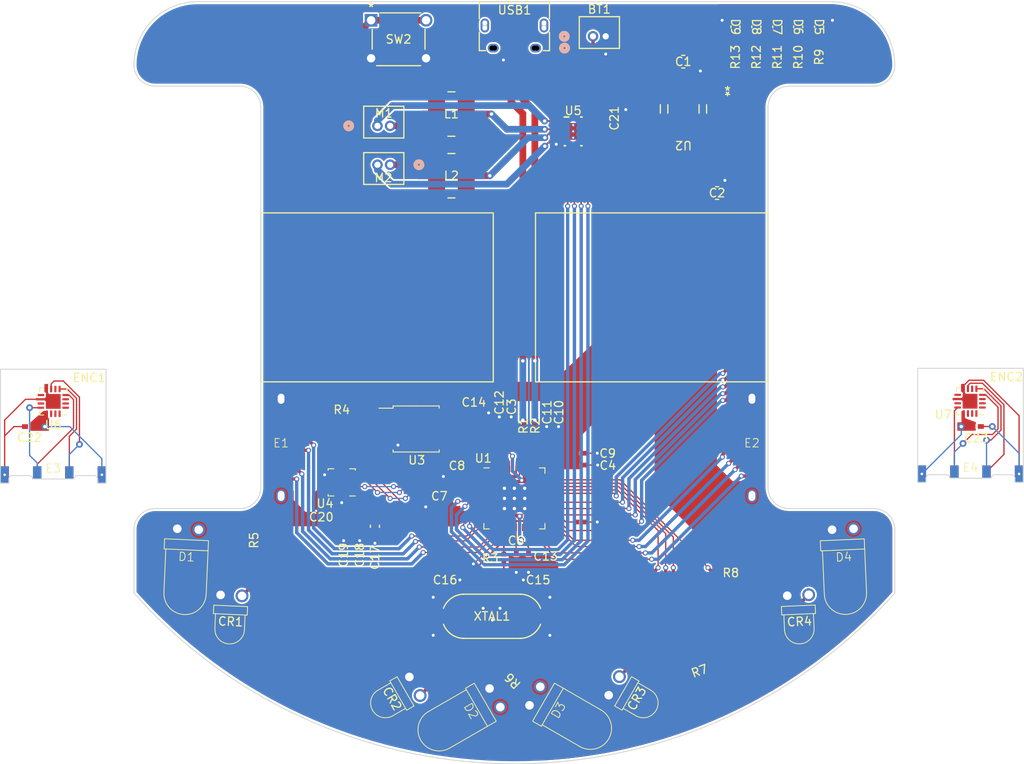
<source format=kicad_pcb>
(kicad_pcb (version 20221018) (generator pcbnew)
  (layers (0 "F.Cu" signal) (31 "B.Cu" signal) (34 "B.Paste" user) (35 "F.Paste" user) (36 "B.SilkS" user "B.Silkscreen") (37 "F.SilkS" user "F.Silkscreen") (38 "B.Mask" user) (39 "F.Mask" user) (44 "Edge.Cuts" user))
  (net 0 "")
  (net 1 "/BATT")
  (net 2 "GND")
  (net 3 "+3V3")
  (net 4 "+1V1")
  (net 5 "Net-(C15-Pad2)")
  (net 6 "/XIN")
  (net 7 "Net-(U4-REGOUT)")
  (net 8 "/IR_RCV_1")
  (net 9 "/IR_RCV_2")
  (net 10 "/IR_RCV_3")
  (net 11 "/IR_RCV_4")
  (net 12 "Net-(D5-A)")
  (net 13 "Net-(D6-A)")
  (net 14 "Net-(D7-A)")
  (net 15 "Net-(D8-A)")
  (net 16 "Net-(D9-A)")
  (net 17 "/USB_D-")
  (net 18 "/USB_D+")
  (net 20 "Net-(M1--)")
  (net 21 "Net-(M2-+)")
  (net 22 "Net-(M1-+)")
  (net 23 "Net-(M2--)")
  (net 24 "Net-(U1-USB_DP)")
  (net 25 "Net-(U1-USB_DM)")
  (net 26 "/XOUT")
  (net 27 "/USB_BOOT")
  (net 28 "/LED_1")
  (net 29 "/LED_2")
  (net 30 "/LED_3")
  (net 31 "/LED_4")
  (net 32 "/LED_5")
  (net 35 "/ENC_1_SCLK")
  (net 36 "/ENC_1_MOSI")
  (net 37 "/ENC_1_MISO")
  (net 38 "/ENC_1_CS")
  (net 39 "/ENC_2_SCLK")
  (net 40 "/ENC_2_MOSI")
  (net 41 "/ENC_2_MISO")
  (net 42 "/ENC_2_CS")
  (net 43 "/IMU_SCLK")
  (net 44 "/IMU_MOSI")
  (net 45 "/IMU_MISO")
  (net 46 "/IMU_CS")
  (net 47 "/DRV_PH_1")
  (net 48 "/DRV_PH_2")
  (net 52 "/DRV_EN_1")
  (net 53 "/DRV_EN_2")
  (net 57 "/QSPI_SD3")
  (net 58 "/QSPI_SCLK")
  (net 59 "/QPSI_SD0")
  (net 60 "/QSPI_SD2")
  (net 61 "/QSPI_SD1")
  (net 83 "Net-(U5-AOUT2)")
  (net 84 "Net-(U5-BOUT1)")
  (net 85 "Net-(E3-CS)")
  (net 86 "Net-(E3-MISO)")
  (net 87 "Net-(E3-MOSI)")
  (net 88 "Net-(E3-SCLK)")
  (net 89 "Net-(E4-CS)")
  (net 90 "Net-(E4-MISO)")
  (net 91 "Net-(E4-MOSI)")
  (net 92 "Net-(E4-SCLK)")
  (net 93 "/ENC_1_GND")
  (net 94 "/ENC_1_VCC")
  (net 95 "/ENC_2_GND")
  (net 96 "/ENC_2_VCC")
  (footprint "micromouse_components:RES_RC0402_YAG" (layer "F.Cu") (at 114.785691 140.385691 135)
    (fp_text reference "R6")
    (fp_text value "10k")
  )
  (footprint "micromouse_components:CAP_GRM155_MUR" (layer "F.Cu") (at 116.67 125.6207 90)
    (fp_text reference "C13")
    (fp_text value "100n")
  )
  (footprint "micromouse_components:CAP_GRM155_MUR" (layer "F.Cu") (at 106.1093 119.8 180)
    (fp_text reference "C7")
    (fp_text value "100n")
  )
  (footprint "micromouse_components:CONN_10118194-0001LF_AMP" (layer "F.Cu") (at 115 62.898902 180)
    (fp_text reference "USB1")
    (fp_text value "10118194-0001LF")
    (fp_line (start -3.5 0.398902) (end -3.5 -0.236098) (stroke (width 0.5588)) (layer "Edge.Cuts"))
    (fp_line (start -2.6397 -2.593599) (end -2.3603 -2.593599) (stroke (width 0.6096)) (layer "Edge.Cuts"))
    (fp_line (start 2.3603 -2.593599) (end 2.6397 -2.593599) (stroke (width 0.6096)) (layer "Edge.Cuts"))
    (fp_line (start 3.500001 0.398902) (end 3.500001 -0.236098) (stroke (width 0.5588)) (layer "Edge.Cuts"))
  )
  (footprint "micromouse_components:SFH4550" (layer "F.Cu") (at 116.79 143.289705 60)
    (fp_text reference "D3")
    (fp_text value "SFH4550")
  )
  (footprint "micromouse_components:RES_RC0402_YAG" (layer "F.Cu") (at 85.45 123.7 -90)
    (fp_text reference "R5")
    (fp_text value "10k")
  )
  (footprint "micromouse_components:SFH4550" (layer "F.Cu") (at 75.122418 122.389207 -2.5)
    (fp_text reference "D1")
    (fp_text value "SFH4550")
  )
  (footprint "micromouse_components:TEFT4300" (layer "F.Cu") (at 102.58 139.930295 -60)
    (fp_text reference "CR2")
    (fp_text value "TEFT4300")
  )
  (footprint "micromouse_components:RES_RC0402_YAG" (layer "F.Cu") (at 96.175 108.2405 -90)
    (fp_text reference "R4")
    (fp_text value "1k")
  )
  (footprint "micromouse_components:ENC_1_A" (layer "F.Cu") (at 87.4 112.75)
    (fp_text reference "E1")
    (fp_text value "ENC_A")
  )
  (footprint "micromouse_components:CAP_GRM21_MUR" (layer "F.Cu") (at 138.975 82.65)
    (fp_text reference "C2")
    (fp_text value "10u")
  )
  (footprint "micromouse_components:CAP_GRM155_MUR" (layer "F.Cu") (at 57.6293 110.3 180)
    (fp_text reference "C22")
    (fp_text value "1u")
  )
  (footprint "micromouse_components:RES_RC0402_YAG" (layer "F.Cu") (at 148.575 66.5555 90)
    (fp_text reference "R10")
    (fp_text value "1k")
  )
  (footprint "micromouse_components:LED_LTST-C191_LTO" (layer "F.Cu") (at 148.5696 62.9747 -90)
    (fp_text reference "D6")
    (fp_text value "LED")
  )
  (footprint "micromouse_components:ENC_2_A" (layer "F.Cu") (at 143.1 112.75)
    (fp_text reference "E2")
    (fp_text value "ENC_A")
  )
  (footprint "micromouse_components:TEFT4300" (layer "F.Cu") (at 147.276113 130.310793 2.5)
    (fp_text reference "CR4")
    (fp_text value "TEFT4300")
  )
  (footprint "micromouse_components:TEFT4300" (layer "F.Cu") (at 80.242418 130.219207 -2.5)
    (fp_text reference "CR1")
    (fp_text value "TEFT4300")
  )
  (footprint "micromouse_components:CAP_GRM155_MUR" (layer "F.Cu") (at 122.8293 121.59)
    (fp_text reference "C5" hide)
    (fp_text value "100n")
  )
  (footprint "micromouse_components:DPAK-3_ONS" (layer "F.Cu") (at 135 77 180)
    (fp_text reference "U2")
    (fp_text value "NCV1117DT33T5G")
  )
  (footprint "micromouse_components:CAP_GRM155_MUR" (layer "F.Cu") (at 110.2293 108.675)
    (fp_text reference "C14")
    (fp_text value "100n")
  )
  (footprint "micromouse_components:SFH4550" (layer "F.Cu") (at 112.06 141.300295 -60)
    (fp_text reference "D2")
    (fp_text value "SFH4550")
  )
  (footprint "micromouse_components:IND_BOURNS_SRR4028" (layer "F.Cu") (at 107.547399 73.3)
    (fp_text reference "L1")
    (fp_text value "47u")
  )
  (footprint "micromouse_components:LED_LTST-C191_LTO" (layer "F.Cu") (at 141.15 62.9747 -90)
    (fp_text reference "D9")
    (fp_text value "LED")
  )
  (footprint "micromouse_components:RES_RC0402_YAG" (layer "F.Cu") (at 135.452028 139.717693 110)
    (fp_text reference "R7")
    (fp_text value "10k")
  )
  (footprint "micromouse_components:ENC_2_B" (layer "F.Cu") (at 168.95 115.65)
    (fp_text reference "E4")
    (fp_text value "ENC_B")
  )
  (footprint "micromouse_components:CAP_GRM155_MUR" (layer "F.Cu") (at 96.7 122.1207 -90)
    (fp_text reference "C18")
    (fp_text value "2.2u")
  )
  (footprint "micromouse_components:LED_LTST-C191_LTO" (layer "F.Cu") (at 146.0964 62.9747 -90)
    (fp_text reference "D7")
    (fp_text value "LED")
  )
  (footprint "Package_DFN_QFN:QFN-16-1EP_3x3mm_P0.5mm_EP1.75x1.75mm" (layer "F.Cu") (at 168.9 107.2875 180)
    (fp_text reference "U7")
    (fp_text value "MA730")
  )
  (footprint "micromouse_components:CONN_B2B-ZRLFSN_JST" (layer "F.Cu") (at 100.3 79.3 180)
    (fp_text reference "M2")
    (fp_text value "Motor_DC")
  )
  (footprint "micromouse_components:CAP_GRM155_MUR" (layer "F.Cu") (at 115.22 125.6207 -90)
    (fp_text reference "C6")
    (fp_text value "100n")
  )
  (footprint "micromouse_components:CONN_B2B-ZRLFSN_JST" (layer "F.Cu") (at 124.299999 64.1)
    (fp_text reference "BT1")
    (fp_text value "????")
  )
  (footprint "micromouse_components:CAP_GRM155_MUR" (layer "F.Cu") (at 114.62 110.8793 90)
    (fp_text reference "C3")
    (fp_text value "100n")
  )
  (footprint "micromouse_components:CAP_GRM155_MUR" (layer "F.Cu") (at 113.22 110.8793 -90)
    (fp_text reference "C12")
    (fp_text value "100n")
  )
  (footprint "micromouse_components:RES_RC0402_YAG" (layer "F.Cu") (at 142.2 127.5555 -90)
    (fp_text reference "R8")
    (fp_text value "10k")
  )
  (footprint "micromouse_components:XTAL_ABLS_ABR" (layer "F.Cu") (at 112.3525 132.75 180)
    (fp_text reference "XTAL1")
    (fp_text value "ABLS-12.000MHZ-B4-T")
  )
  (footprint "micromouse_components:CAP_GRM155_MUR" (layer "F.Cu") (at 94.8 122.1207 -90)
    (fp_text reference "C19")
    (fp_text value "100n")
  )
  (footprint "micromouse_components:CAP_GRM155_MUR" (layer "F.Cu") (at 92.1793 119.7 180)
    (fp_text reference "C20")
    (fp_text value "100n")
  )
  (footprint "micromouse_components:CAP_GCM155_MUR" (layer "F.Cu") (at 114.3293 128.45 180)
    (fp_text reference "C15")
    (fp_text value "27p")
  )
  (footprint "micromouse_components:RES_RC0402_YAG" (layer "F.Cu") (at 116 112.1555 -90)
    (fp_text reference "R1")
    (fp_text value "27.4")
  )
  (footprint "micromouse_components:CONN_B2B-ZRLFSN_JST" (layer "F.Cu") (at 98.799999 74.7)
    (fp_text reference "M1")
    (fp_text value "Motor_DC")
  )
  (footprint "micromouse_components:CAP_GRM155_MUR" (layer "F.Cu") (at 120.22 111.9793 90)
    (fp_text reference "C10")
    (fp_text value "1u")
  )
  (footprint "micromouse_components:LED_LTST-C191_LTO" (layer "F.Cu") (at 151.0428 62.9747 -90)
    (fp_text reference "D5")
    (fp_text value "LED")
  )
  (footprint "micromouse_components:CAP_GRM1885_1P6XP8_MUR" (layer "F.Cu") (at 98.5 122.0999 -90)
    (fp_text reference "C17")
    (fp_text value "10n")
  )
  (footprint "micromouse_components:SFH4550" (layer "F.Cu") (at 152.58 122.5 2.5)
    (fp_text reference "D4")
    (fp_text value "SFH4550")
  )
  (footprint "micromouse_components:CAP_GRM155_MUR" (layer "F.Cu") (at 126.825 73.7957 90)
    (fp_text reference "C21")
    (fp_text value "100n")
  )
  (footprint "micromouse_components:IND_BOURNS_SRR4028" (layer "F.Cu") (at 107.5474 80.6)
    (fp_text reference "L2")
    (fp_text value "47u")
  )
  (footprint "micromouse_components:RES_RC0402_YAG" (layer "F.Cu") (at 141.15 66.5555 90)
    (fp_text reference "R13")
    (fp_text value "1k")
  )
  (footprint "micromouse_components:CAP_GRM155_MUR" (layer "F.Cu") (at 169.6557 110.285)
    (fp_text reference "C23")
    (fp_text value "1u")
  )
  (footprint "micromouse_components:RES_RC0402_YAG" (layer "F.Cu") (at 151.05 66.5555 90)
    (fp_text reference "R9")
    (fp_text value "1k")
  )
  (footprint "micromouse_components:LED_LTST-C191_LTO" (layer "F.Cu") (at 143.6232 62.9747 -90)
    (fp_text reference "D8")
    (fp_text value "LED")
  )
  (footprint "micromouse_components:RES_RC0402_YAG" (layer "F.Cu") (at 143.625 66.5555 90)
    (fp_text reference "R12")
    (fp_text value "1k")
  )
  (footprint "micromouse_components:CAP_GRM155_MUR" (layer "F.Cu") (at 122.7786 113.45)
    (fp_text reference "C9")
    (fp_text value "100n")
  )
  (footprint "micromouse_components:CAP_GCM155_MUR" (layer "F.Cu") (at 110.3293 128.45)
    (fp_text reference "C16")
    (fp_text value "27p")
  )
  (footprint "Package_LGA:LGA-16_3x3mm_P0.5mm_LayoutBorder3x5y" (layer "F.Cu") (at 94.575 116.9 180)
    (fp_text reference "U4")
    (fp_text value "ICM-20602")
  )
  (footprint "Package_DFN_QFN:QFN-16-1EP_3x3mm_P0.5mm_EP1.75x1.75mm" (layer "F.Cu") (at 60.45 107.3125 180)
    (fp_text reference "U6")
    (fp_text value "MA730")
  )
  (footprint "micromouse_components:CAP_GRM155_MUR" (layer "F.Cu") (at 122.7993 114.85)
    (fp_text reference "C4")
    (fp_text value "100n")
  )
  (footprint "micromouse_components:TEFT4300" (layer "F.Cu") (at 126.155999 142.092119 60)
    (fp_text reference "CR3")
    (fp_text value "TEFT4300")
  )
  (footprint "micromouse_components:RES_RC0402_YAG" (layer "F.Cu") (at 117.42 112.15 -90)
    (fp_text reference "R2")
    (fp_text value "27.4")
  )
  (footprint "micromouse_components:RES_RC0402_YAG" (layer "F.Cu") (at 113.75 125.8445 90)
    (fp_text reference "R3")
    (fp_text value "1k")
  )
  (footprint "micromouse_components:ENC_1_B" (layer "F.Cu") (at 60.45 115.75)
    (fp_text reference "E3")
    (fp_text value "ENC_B")
  )
  (footprint "micromouse_components:CAP_GRM155_MUR" (layer "F.Cu") (at 118.82 111.9793 -90)
    (fp_text reference "C11")
    (fp_text value "1u")
  )
  (footprint "micromouse_components:RES_RC0402_YAG" (layer "F.Cu") (at 146.1 66.5555 90)
    (fp_text reference "R11")
    (fp_text value "1k")
  )
  (footprint "Package_DFN_QFN:QFN-56-1EP_7x7mm_P0.4mm_EP3.2x3.2mm" (layer "F.Cu") (at 115 118.7975)
    (fp_text reference "U1")
    (fp_text value "RP2040")
  )
  (footprint "micromouse_components:CAP_GRM155_MUR" (layer "F.Cu") (at 108.1993 116.2 180)
    (fp_text reference "C8")
    (fp_text value "100n")
  )
  (footprint "Package_SO:SOIC-8_5.23x5.23mm_P1.27mm" (layer "F.Cu") (at 103.375 110.58)
    (fp_text reference "U3")
    (fp_text value "W25Q128JVS")
  )
  (footprint "micromouse_components:SW4_1825910-B_TEC" (layer "F.Cu") (at 104.55 66.7)
    (fp_text reference "SW2")
    (fp_text value "1825910-6")
  )
  (footprint "micromouse_components:DSS0012A" (layer "F.Cu") (at 121.950002 75.35)
    (fp_text reference "U5")
    (fp_text value "DRV8835DSSR")
  )
  (footprint "micromouse_components:CAP_GRM21_MUR" (layer "F.Cu") (at 134.9729 67.1)
    (fp_text reference "C1")
    (fp_text value "10u")
  )
  (gr_rect (start 85 85) (end 112.5 105) (stroke (width 0.15)) (fill none) (layer "F.SilkS"))
  (gr_rect (start 117.5 85) (end 145 105) (stroke (width 0.15)) (fill none) (layer "F.SilkS"))
  (gr_line (start 66.7 103.5) (end 54.2 103.5) (stroke (width 0.1)) (layer "Edge.Cuts"))
  (gr_line (start 166.1 116) (end 164.1 116) (stroke (width 0.1)) (layer "Edge.Cuts"))
  (gr_arc (start 160 67.5) (mid 159.267767 69.267767) (end 157.5 70) (stroke (width 0.1)) (layer "Edge.Cuts"))
  (gr_line (start 145 117.5) (end 145 72.5) (stroke (width 0.1)) (layer "Edge.Cuts"))
  (gr_line (start 175.2 116.9) (end 175.2 103.4) (stroke (width 0.1)) (layer "Edge.Cuts"))
  (gr_arc (start 163.7 116.4) (mid 163.817157 116.117157) (end 164.1 116) (stroke (width 0.1)) (layer "Edge.Cuts"))
  (gr_line (start 54.2 117) (end 55.2 117) (stroke (width 0.1)) (layer "Edge.Cuts"))
  (gr_line (start 77.5 60) (end 152.5 60) (stroke (width 0.1)) (layer "Edge.Cuts"))
  (gr_arc (start 70 122.5) (mid 70.732233 120.732233) (end 72.5 120) (stroke (width 0.1)) (layer "Edge.Cuts"))
  (gr_line (start 163.7 116.9) (end 163.7 116.4) (stroke (width 0.1)) (layer "Edge.Cuts"))
  (gr_line (start 175.2 116.9) (end 174.2 116.9) (stroke (width 0.1)) (layer "Edge.Cuts"))
  (gr_line (start 65.7 117) (end 65.7 116.5) (stroke (width 0.1)) (layer "Edge.Cuts"))
  (gr_line (start 62.9 116.5) (end 58 116.5) (stroke (width 0.1)) (layer "Edge.Cuts"))
  (gr_arc (start 145 72.5) (mid 145.732233 70.732233) (end 147.5 70) (stroke (width 0.1)) (layer "Edge.Cuts"))
  (gr_line (start 66.7 117) (end 65.7 117) (stroke (width 0.1)) (layer "Edge.Cuts"))
  (gr_line (start 171.8 116) (end 173.8 116) (stroke (width 0.1)) (layer "Edge.Cuts"))
  (gr_arc (start 152.5 60) (mid 157.803301 62.196699) (end 160 67.5) (stroke (width 0.1)) (layer "Edge.Cuts"))
  (gr_arc (start 147.5 120) (mid 145.732233 119.267767) (end 145 117.5) (stroke (width 0.1)) (layer "Edge.Cuts"))
  (gr_line (start 171.4 116.4) (end 166.5 116.4) (stroke (width 0.1)) (layer "Edge.Cuts"))
  (gr_arc (start 85 117.5) (mid 84.267767 119.267767) (end 82.5 120) (stroke (width 0.1)) (layer "Edge.Cuts"))
  (gr_arc (start 173.8 116) (mid 174.082843 116.117157) (end 174.2 116.4) (stroke (width 0.1)) (layer "Edge.Cuts"))
  (gr_arc (start 166.1 116) (mid 166.382843 116.117157) (end 166.5 116.4) (stroke (width 0.1)) (layer "Edge.Cuts"))
  (gr_line (start 162.7 116.9) (end 163.7 116.9) (stroke (width 0.1)) (layer "Edge.Cuts"))
  (gr_line (start 157.5 120) (end 147.5 120) (stroke (width 0.1)) (layer "Edge.Cuts"))
  (gr_arc (start 70 67.5) (mid 72.196699 62.196699) (end 77.5 60) (stroke (width 0.1)) (layer "Edge.Cuts"))
  (gr_line (start 63.3 116.1) (end 65.3 116.1) (stroke (width 0.1)) (layer "Edge.Cuts"))
  (gr_line (start 147.5 70) (end 157.5 70) (stroke (width 0.1)) (layer "Edge.Cuts"))
  (gr_line (start 57.6 116.1) (end 55.6 116.1) (stroke (width 0.1)) (layer "Edge.Cuts"))
  (gr_line (start 66.7 117) (end 66.7 103.5) (stroke (width 0.1)) (layer "Edge.Cuts"))
  (gr_arc (start 82.5 70) (mid 84.267767 70.732233) (end 85 72.5) (stroke (width 0.1)) (layer "Edge.Cuts"))
  (gr_arc (start 159.999999 129.999999) (mid 115 150.207971) (end 70.000001 129.999999) (stroke (width 0.1)) (layer "Edge.Cuts"))
  (gr_line (start 72.5 70) (end 82.5 70) (stroke (width 0.1)) (layer "Edge.Cuts"))
  (gr_line (start 160 122.5) (end 159.999999 129.999999) (stroke (width 0.1)) (layer "Edge.Cuts"))
  (gr_arc (start 171.4 116.4) (mid 171.517157 116.117157) (end 171.8 116) (stroke (width 0.1)) (layer "Edge.Cuts"))
  (gr_line (start 54.2 117) (end 54.2 103.5) (stroke (width 0.1)) (layer "Edge.Cuts"))
  (gr_line (start 174.2 116.9) (end 174.2 116.4) (stroke (width 0.1)) (layer "Edge.Cuts"))
  (gr_line (start 55.2 117) (end 55.2 116.5) (stroke (width 0.1)) (layer "Edge.Cuts"))
  (gr_arc (start 157.5 120) (mid 159.267767 120.732233) (end 160 122.5) (stroke (width 0.1)) (layer "Edge.Cuts"))
  (gr_line (start 70 122.5) (end 70 130) (stroke (width 0.1)) (layer "Edge.Cuts"))
  (gr_arc (start 62.9 116.5) (mid 63.017157 116.217157) (end 63.3 116.1) (stroke (width 0.1)) (layer "Edge.Cuts"))
  (gr_line (start 162.7 116.9) (end 162.7 103.4) (stroke (width 0.1)) (layer "Edge.Cuts"))
  (gr_line (start 85 72.5) (end 85 117.5) (stroke (width 0.1)) (layer "Edge.Cuts"))
  (gr_arc (start 57.6 116.1) (mid 57.882843 116.217157) (end 58 116.5) (stroke (width 0.1)) (layer "Edge.Cuts"))
  (gr_arc (start 55.2 116.5) (mid 55.317157 116.217157) (end 55.6 116.1) (stroke (width 0.1)) (layer "Edge.Cuts"))
  (gr_arc (start 65.3 116.1) (mid 65.582843 116.217157) (end 65.7 116.5) (stroke (width 0.1)) (layer "Edge.Cuts"))
  (gr_arc (start 72.5 70) (mid 70.732233 69.267767) (end 70 67.5) (stroke (width 0.1)) (layer "Edge.Cuts"))
  (gr_line (start 175.2 103.4) (end 162.7 103.4) (stroke (width 0.1)) (layer "Edge.Cuts"))
  (gr_line (start 82.5 120) (end 72.5 120) (stroke (width 0.1)) (layer "Edge.Cuts"))
  (gr_text "ENC1" (at 62.65 105.1) (layer "F.SilkS") (effects (font (size 1 1)) (justify left bottom)))
  (gr_text "ENC2" (at 171.15 105) (layer "F.SilkS") (effects (font (size 1 1)) (justify left bottom)))
  (segment (start 119.7 73.6) (end 119.7 71.325) (width 0.2) (layer "F.Cu") (net 1))
  (segment (start 116.3 66.25) (end 117.2 67.15) (width 0.4) (layer "F.Cu") (net 1))
  (segment (start 124.299998 66.800002) (end 124.299998 64.1) (width 0.4) (layer "F.Cu") (net 1))
  (segment (start 123.950001 67.149999) (end 124.299998 66.800002) (width 0.4) (layer "F.Cu") (net 1))
  (segment (start 116.3 65.492501) (end 116.3 66.25) (width 0.4) (layer "F.Cu") (net 1))
  (segment (start 120.2 74.1) (end 119.7 73.6) (width 0.2) (layer "F.Cu") (net 1))
  (segment (start 121.000001 74.1) (end 120.2 74.1) (width 0.2) (layer "F.Cu") (net 1))
  (segment (start 113.22 109.15) (end 113.22 110.3586) (width 0.15) (layer "F.Cu") (net 2))
  (segment (start 94.575 119.3) (end 94.575 118.125) (width 0.15) (layer "F.Cu") (net 2))
  (segment (start 104.51 119.8) (end 105.5886 119.8) (width 0.15) (layer "F.Cu") (net 2))
  (segment (start 111.95 108.675) (end 110.75 108.675) (width 0.15) (layer "F.Cu") (net 2))
  (segment (start 137.290001 68.490001) (end 137 68.2) (width 0.4) (layer "F.Cu") (net 2))
  (segment (start 98.5 124.0998) (end 98.5 122.9) (width 0.15) (layer "F.Cu") (net 2))
  (segment (start 114.625 110.3536) (end 114.62 110.3586) (width 0.2) (layer "F.Cu") (net 2))
  (segment (start 127.675 73.275) (end 126.825 73.275) (width 0.15) (layer "F.Cu") (net 2))
  (segment (start 104.550001 66.7) (end 98.049999 66.7) (width 0.8) (layer "F.Cu") (net 2))
  (segment (start 101.225 112.485) (end 99.775 112.485) (width 0.15) (layer "F.Cu") (net 2))
  (segment (start 116.67 126.1414) (end 116.67 127.55) (width 0.15) (layer "F.Cu") (net 2))
  (segment (start 96.7 123.8) (end 96.7 122.6414) (width 0.15) (layer "F.Cu") (net 2))
  (segment (start 137 68.2) (end 135.9 67.1) (width 0.4) (layer "F.Cu") (net 2))
  (segment (start 119.95 76.875) (end 120.225 76.6) (width 0.2) (layer "F.Cu") (net 2))
  (segment (start 114 122.235) (end 114 122.73212) (width 0.15) (layer "F.Cu") (net 2))
  (segment (start 125.8 64.1) (end 125.8 66.1) (width 0.4) (layer "F.Cu") (net 2))
  (segment (start 106.6 116.2) (end 107.6786 116.2) (width 0.15) (layer "F.Cu") (net 2))
  (segment (start 124.8 121.59) (end 123.35 121.59) (width 0.15) (layer "F.Cu") (net 2))
  (segment (start 123.2993 113.45) (end 124.8 113.45) (width 0.15) (layer "F.Cu") (net 2))
  (segment (start 139.9 81.15) (end 139.9021 81.1521) (width 0.15) (layer "F.Cu") (net 2))
  (segment (start 113.7 65.492501) (end 113.7 66.9) (width 0.4) (layer "F.Cu") (net 2))
  (segment (start 120.22 110.3) (end 120.22 111.4586) (width 0.15) (layer "F.Cu") (net 2))
  (segment (start 114.625 109.15) (end 114.625 110.3536) (width 0.15) (layer "F.Cu") (net 2))
  (segment (start 114 122.73212) (end 110.2 126.53212) (width 0.15) (layer "F.Cu") (net 2))
  (segment (start 115.22 126.1414) (end 115.22 127.55) (width 0.15) (layer "F.Cu") (net 2))
  (segment (start 120.225 76.6) (end 121.000001 76.6) (width 0.2) (layer "F.Cu") (net 2))
  (segment (start 123.32 114.85) (end 124.85 114.85) (width 0.15) (layer "F.Cu") (net 2))
  (segment (start 128.175 72.775) (end 127.675 73.275) (width 0.15) (layer "F.Cu") (net 2))
  (segment (start 139.9021 81.1521) (end 139.9021 82.65) (width 0.15) (layer "F.Cu") (net 2))
  (segment (start 116.0586 128.45) (end 114.85 128.45) (width 0.2) (layer "F.Cu") (net 2))
  (segment (start 110.2 126.53212) (end 110.2 126.55) (width 0.15) (layer "F.Cu") (net 2))
  (segment (start 108.55 128.45) (end 109.8 128.45) (width 0.2) (layer "F.Cu") (net 2))
  (segment (start 137.290001 70.5865) (end 137.290001 68.490001) (width 0.4) (layer "F.Cu") (net 2))
  (segment (start 118.82 110.3) (end 118.82 111.4586) (width 0.15) (layer "F.Cu") (net 2))
  (segment (start 94.8 122.6414) (end 94.8 123.8) (width 0.15) (layer "F.Cu") (net 2))
  (via (at 116.22 120) (size 0.8) (drill 0.4) (layers "F.Cu" "B.Cu") (net 2))
  (via (at 128.175 72.775) (size 0.6) (drill 0.35) (layers "F.Cu" "B.Cu") (net 2))
  (via (at 113.82 117.6) (size 0.8) (drill 0.4) (layers "F.Cu" "B.Cu") (net 2))
  (via (at 112.4 133.2) (size 0.6) (drill 0.35) (layers "F.Cu" "B.Cu") (net 2))
  (via (at 124.8 121.59) (size 0.6) (drill 0.35) (layers "F.Cu" "B.Cu") (net 2))
  (via (at 124.85 114.85) (size 0.6) (drill 0.35) (layers "F.Cu" "B.Cu") (net 2))
  (via (at 119.2 135) (size 0.6) (drill 0.35) (layers "F.Cu" "B.Cu") (net 2))
  (via (at 120.22 110.3) (size 0.6) (drill 0.35) (layers "F.Cu" "B.Cu") (net 2))
  (via (at 116.67 127.55) (size 0.6) (drill 0.35) (layers "F.Cu" "B.Cu") (net 2))
  (via (at 137 68.2) (size 0.6) (drill 0.35) (layers "F.Cu" "B.Cu") (net 2))
  (via (at 113.22 109.15) (size 0.6) (drill 0.35) (layers "F.Cu" "B.Cu") (net 2))
  (via (at 111.3 131.8) (size 0.6) (drill 0.35) (layers "F.Cu" "B.Cu") (net 2))
  (via (at 98.5 124.0998) (size 0.6) (drill 0.35) (layers "F.Cu" "B.Cu") (net 2))
  (via (at 119.2 130.5) (size 0.6) (drill 0.35) (layers "F.Cu" "B.Cu") (net 2))
  (via (at 115 117.6) (size 0.8) (drill 0.4) (layers "F.Cu" "B.Cu") (net 2))
  (via (at 139.9 81.15) (size 0.6) (drill 0.35) (layers "F.Cu" "B.Cu") (net 2))
  (via (at 92.55 116) (size 0.6) (drill 0.35) (layers "F.Cu" "B.Cu") (net 2))
  (via (at 115 118.8) (size 0.8) (drill 0.4) (layers "F.Cu" "B.Cu") (net 2))
  (via (at 116.22 117.6) (size 0.8) (drill 0.4) (layers "F.Cu" "B.Cu") (net 2))
  (via (at 96.7 123.8) (size 0.6) (drill 0.35) (layers "F.Cu" "B.Cu") (net 2))
  (via (at 116.22 118.8) (size 0.8) (drill 0.4) (layers "F.Cu" "B.Cu") (net 2))
  (via (at 152.625 62.2) (size 0.6) (drill 0.35) (layers "F.Cu" "B.Cu") (net 2))
  (via (at 113.3 131.8) (size 0.6) (drill 0.35) (layers "F.Cu" "B.Cu") (net 2))
  (via (at 115 120) (size 0.8) (drill 0.4) (layers "F.Cu" "B.Cu") (net 2))
  (via (at 106.6 116.2) (size 0.6) (drill 0.35) (layers "F.Cu" "B.Cu") (net 2))
  (via (at 116.0586 128.45) (size 0.6) (drill 0.35) (layers "F.Cu" "B.Cu") (net 2))
  (via (at 108.55 128.45) (size 0.6) (drill 0.35) (layers "F.Cu" "B.Cu") (net 2))
  (via (at 110.15 126.55) (size 0.6) (drill 0.35) (layers "F.Cu" "B.Cu") (net 2))
  (via (at 101.225 112.485) (size 0.6) (drill 0.35) (layers "F.Cu" "B.Cu") (net 2))
  (via (at 105.4 135) (size 0.6) (drill 0.35) (layers "F.Cu" "B.Cu") (net 2))
  (via (at 105.4 130.5) (size 0.6) (drill 0.35) (layers "F.Cu" "B.Cu") (net 2))
  (via (at 125.8 66.2) (size 0.6) (drill 0.35) (layers "F.Cu" "B.Cu") (net 2))
  (via (at 119.95 76.875) (size 0.6) (drill 0.35) (layers "F.Cu" "B.Cu") (net 2))
  (via (at 124.8 113.45) (size 0.6) (drill 0.35) (layers "F.Cu" "B.Cu") (net 2))
  (via (at 104.51 119.8) (size 0.6) (drill 0.35) (layers "F.Cu" "B.Cu") (net 2))
  (via (at 113.82 120) (size 0.8) (drill 0.4) (layers "F.Cu" "B.Cu") (net 2))
  (via (at 118.82 110.3) (size 0.6) (drill 0.35) (layers "F.Cu" "B.Cu") (net 2))
  (via (at 139.575 62.2) (size 0.6) (drill 0.35) (layers "F.Cu" "B.Cu") (net 2))
  (via (at 113.82 118.8) (size 0.8) (drill 0.4) (layers "F.Cu" "B.Cu") (net 2))
  (via (at 114.625 109.15) (size 0.6) (drill 0.35) (layers "F.Cu" "B.Cu") (net 2))
  (via (at 94.8 123.8) (size 0.6) (drill 0.35) (layers "F.Cu" "B.Cu") (net 2))
  (via (at 111.95 108.675) (size 0.6) (drill 0.35) (layers "F.Cu" "B.Cu") (net 2))
  (via (at 94.575 119.3) (size 0.6) (drill 0.35) (layers "F.Cu" "B.Cu") (net 2))
  (via (at 115.22 127.55) (size 0.6) (drill 0.35) (layers "F.Cu" "B.Cu") (net 2))
  (via (at 113.7 66.9) (size 0.6) (drill 0.35) (layers "F.Cu" "B.Cu") (net 2))
  (segment (start 115.2 115.36) (end 115.2 114.5) (width 0.15) (layer "F.Cu") (net 3))
  (segment (start 122.3086 121.59) (end 121.09 121.59) (width 0.15) (layer "F.Cu") (net 3))
  (segment (start 117.2 114.775) (end 117.925 114.05) (width 0.15) (layer "F.Cu") (net 3))
  (segment (start 115.6 114.4088) (end 115.6 115.36) (width 0.15) (layer "F.Cu") (net 3))
  (segment (start 119.2975 119.7975) (end 118.4375 119.7975) (width 0.15) (layer "F.Cu") (net 3))
  (segment (start 117.2 116.08) (end 117.32 116.2) (width 0.15) (layer "F.Cu") (net 3))
  (segment (start 115.2 122.235) (end 115.2 121.4436) (width 0.15) (layer "F.Cu") (net 3))
  (segment (start 115.4456 113.9456) (end 115.4456 113.4256) (width 0.15) (layer "F.Cu") (net 3))
  (segment (start 115.6 116.006827) (end 115.463413 116.143413) (width 0.15) (layer "F.Cu") (net 3))
  (segment (start 117.2 115.36) (end 117.2 114.775) (width 0.15) (layer "F.Cu") (net 3))
  (segment (start 114.62 112.6) (end 114.62 111.4) (width 0.15) (layer "F.Cu") (net 3))
  (segment (start 95.075 118.125) (end 95.075 118.875) (width 0.15) (layer "F.Cu") (net 3))
  (segment (start 111.5625 119.7975) (end 110.4525 119.7975) (width 0.15) (layer "F.Cu") (net 3))
  (segment (start 111.5625 116.1975) (end 112.3175 116.1975) (width 0.15) (layer "F.Cu") (net 3))
  (segment (start 115.2 114.5) (end 115.4456 114.2544) (width 0.15) (layer "F.Cu") (net 3))
  (segment (start 115.4456 114.2544) (end 115.6 114.4088) (width 0.15) (layer "F.Cu") (net 3))
  (segment (start 121.09 121.59) (end 119.2975 119.7975) (width 0.15) (layer "F.Cu") (net 3))
  (segment (start 118.4375 116.1975) (end 117.6225 116.1975) (width 0.15) (layer "F.Cu") (net 3))
  (segment (start 110.4525 119.7975) (end 110.15 120.1) (width 0.15) (layer "F.Cu") (net 3))
  (segment (start 112.4 115.36) (end 112.4 114.9) (width 0.15) (layer "F.Cu") (net 3))
  (segment (start 99.765 108.685) (end 99.775 108.675) (width 0.15) (layer "F.Cu") (net 3))
  (segment (start 117.2 115.36) (end 117.2 116.08) (width 0.15) (layer "F.Cu") (net 3))
  (segment (start 111.5625 116.1975) (end 108.7225 116.1975) (width 0.15) (layer "F.Cu") (net 3))
  (segment (start 97.975 113.069974) (end 97.975 109.675) (width 0.15) (layer "F.Cu") (net 3))
  (segment (start 115.2 122.235) (end 115.2 125.08) (width 0.15) (layer "F.Cu") (net 3))
  (segment (start 96.175 108.685) (end 99.765 108.685) (width 0.15) (layer "F.Cu") (net 3))
  (segment (start 98.975 108.675) (end 99.775 108.675) (width 0.15) (layer "F.Cu") (net 3))
  (segment (start 118.4375 119.7975) (end 117.6225 119.7975) (width 0.15) (layer "F.Cu") (net 3))
  (segment (start 112.4 114.9) (end 111.975 114.475) (width 0.15) (layer "F.Cu") (net 3))
  (segment (start 96.4 117.9) (end 97 118.5) (width 0.15) (layer "F.Cu") (net 3))
  (segment (start 97.975 109.675) (end 98.975 108.675) (width 0.15) (layer "F.Cu") (net 3))
  (segment (start 115.6 115.36) (end 115.6 116.006827) (width 0.15) (layer "F.Cu") (net 3))
  (segment (start 115.2 115.36) (end 115.2 116.16) (width 0.15) (layer "F.Cu") (net 3))
  (segment (start 108.7225 116.1975) (end 108.72 116.2) (width 0.15) (layer "F.Cu") (net 3))
  (segment (start 115.4456 114.2544) (end 115.4456 113.9456) (width 0.15) (layer "F.Cu") (net 3))
  (segment (start 99.380026 114.475) (end 97.975 113.069974) (width 0.15) (layer "F.Cu") (net 3))
  (segment (start 95.8 117.9) (end 96.4 117.9) (width 0.15) (layer "F.Cu") (net 3))
  (segment (start 111.975 114.475) (end 99.380026 114.475) (width 0.15) (layer "F.Cu") (net 3))
  (segment (start 111.5625 119.7975) (end 112.3175 119.7975) (width 0.15) (layer "F.Cu") (net 3))
  (segment (start 117.6 115.36) (end 117.6 116.18) (width 0.15) (layer "F.Cu") (net 3))
  (segment (start 115.4456 113.4256) (end 114.62 112.6) (width 0.15) (layer "F.Cu") (net 3))
  (segment (start 115.2 121.4436) (end 115.1108 121.3544) (width 0.15) (layer "F.Cu") (net 3))
  (segment (start 115.6 122.235) (end 115.6 123.48) (width 0.15) (layer "F.Cu") (net 4))
  (segment (start 114.8 113.78) (end 114.8 115.36) (width 0.15) (layer "F.Cu") (net 4))
  (segment (start 116.8 115.36) (end 116.8 116.16) (width 0.15) (layer "F.Cu") (net 4))
  (segment (start 116.67 124.55) (end 115.82 123.7) (width 0.15) (layer "F.Cu") (net 4))
  (segment (start 118.82 112.5) (end 116.8 114.52) (width 0.15) (layer "F.Cu") (net 4))
  (segment (start 113.22 112.2) (end 114.8 113.78) (width 0.15) (layer "F.Cu") (net 4))
  (segment (start 113.22 111.4) (end 113.22 112.2) (width 0.15) (layer "F.Cu") (net 4))
  (segment (start 116.8 114.52) (end 116.8 115.36) (width 0.15) (layer "F.Cu") (net 4))
  (segment (start 115.6 123.48) (end 115.82 123.7) (width 0.15) (layer "F.Cu") (net 4))
  (segment (start 116.67 125.1) (end 116.67 124.55) (width 0.15) (layer "F.Cu") (net 4))
  (via (at 115.62 120.9) (size 0.6) (drill 0.35) (layers "F.Cu" "B.Cu") (net 4))
  (via (at 115.82 123.7) (size 0.6) (drill 0.35) (layers "F.Cu" "B.Cu") (net 4))
  (via (at 114.77 113.8) (size 0.6) (drill 0.35) (layers "F.Cu" "B.Cu") (net 4))
  (via (at 115.87 116.65) (size 0.6) (drill 0.35) (layers "F.Cu" "B.Cu") (net 4))
  (segment (start 115.82 123.7) (end 115.62 123.5) (width 0.4) (layer "B.Cu") (net 4))
  (segment (start 115.62 123.5) (end 115.62 120.93) (width 0.4) (layer "B.Cu") (net 4))
  (segment (start 114.77 115.55) (end 115.87 116.65) (width 0.4) (layer "B.Cu") (net 4))
  (segment (start 114.77 113.8) (end 114.77 115.55) (width 0.4) (layer "B.Cu") (net 4))
  (segment (start 112.6 128.9) (end 112.6 132.2) (width 0.2) (layer "F.Cu") (net 5))
  (segment (start 113.75 126.289) (end 113.75 128.3914) (width 0.2) (layer "F.Cu") (net 5))
  (segment (start 113.8086 128.45) (end 113.05 128.45) (width 0.2) (layer "F.Cu") (net 5))
  (segment (start 113.75 128.3914) (end 113.8086 128.45) (width 0.2) (layer "F.Cu") (net 5))
  (segment (start 113.05 128.45) (end 112.6 128.9) (width 0.2) (layer "F.Cu") (net 5))
  (segment (start 113.15 132.75) (end 117.2293 132.75) (width 0.2) (layer "F.Cu") (net 5))
  (segment (start 112.6 132.2) (end 113.15 132.75) (width 0.2) (layer "F.Cu") (net 5))
  (segment (start 112.05 128.9) (end 112.05 132.2) (width 0.2) (layer "F.Cu") (net 6))
  (segment (start 110.85 126.684314) (end 110.85 128.45) (width 0.2) (layer "F.Cu") (net 6))
  (segment (start 111.5 132.75) (end 107.4757 132.75) (width 0.2) (layer "F.Cu") (net 6))
  (segment (start 111.6 128.45) (end 112.05 128.9) (width 0.2) (layer "F.Cu") (net 6))
  (segment (start 110.85 128.45) (end 111.6 128.45) (width 0.2) (layer "F.Cu") (net 6))
  (segment (start 112.05 132.2) (end 111.5 132.75) (width 0.2) (layer "F.Cu") (net 6))
  (segment (start 114.4 123.134314) (end 110.85 126.684314) (width 0.2) (layer "F.Cu") (net 6))
  (segment (start 114.4 122.235) (end 114.4 123.134314) (width 0.2) (layer "F.Cu") (net 6))
  (segment (start 94.075 118.925) (end 93.3 119.7) (width 0.15) (layer "F.Cu") (net 7))
  (segment (start 94.075 118.125) (end 94.075 118.925) (width 0.15) (layer "F.Cu") (net 7))
  (segment (start 93.3 119.7) (end 92.7 119.7) (width 0.15) (layer "F.Cu") (net 7))
  (segment (start 118.4375 117.7975) (end 127.196029 117.7975) (width 0.15) (layer "F.Cu") (net 8))
  (segment (start 96.2 136.55) (end 122.45 136.55) (width 0.4) (layer "F.Cu") (net 8))
  (segment (start 132 122.601471) (end 132 127) (width 0.15) (layer "F.Cu") (net 8))
  (segment (start 85.45 124.1445) (end 85.45 125.8) (width 0.4) (layer "F.Cu") (net 8))
  (segment (start 85.45 127.66) (end 82.78 130.33) (width 0.4) (layer "F.Cu") (net 8))
  (segment (start 85.45 125.8) (end 96.2 136.55) (width 0.4) (layer "F.Cu") (net 8))
  (segment (start 122.45 136.55) (end 132 127) (width 0.4) (layer "F.Cu") (net 8))
  (segment (start 85.45 125.8) (end 85.45 127.66) (width 0.4) (layer "F.Cu") (net 8))
  (segment (start 127.196029 117.7975) (end 132 122.601471) (width 0.15) (layer "F.Cu") (net 8))
  (via (at 132 127) (size 0.6) (drill 0.35) (layers "F.Cu" "B.Cu") (net 8))
  (segment (start 124.63995 137.15) (end 132.9 128.88995) (width 0.4) (layer "F.Cu") (net 9))
  (segment (start 132.9 128.88995) (end 132.9 127) (width 0.4) (layer "F.Cu") (net 9))
  (segment (start 108.83 137.15) (end 124.63995 137.15) (width 0.4) (layer "F.Cu") (net 9))
  (segment (start 118.4375 117.3975) (end 127.326359 117.3975) (width 0.15) (layer "F.Cu") (net 9))
  (segment (start 114.471382 140.071382) (end 113.8 139.4) (width 0.4) (layer "F.Cu") (net 9))
  (segment (start 132.9 122.971141) (end 132.9 127) (width 0.15) (layer "F.Cu") (net 9))
  (segment (start 106.58 139.4) (end 103.85 142.13) (width 0.4) (layer "F.Cu") (net 9))
  (segment (start 113.8 139.4) (end 106.58 139.4) (width 0.4) (layer "F.Cu") (net 9))
  (segment (start 127.326359 117.3975) (end 132.9 122.971141) (width 0.15) (layer "F.Cu") (net 9))
  (segment (start 106.58 139.4) (end 108.83 137.15) (width 0.4) (layer "F.Cu") (net 9))
  (via (at 132.9 127) (size 0.6) (drill 0.35) (layers "F.Cu" "B.Cu") (net 9))
  (segment (start 133.8 123.376167) (end 133.8 127) (width 0.15) (layer "F.Cu") (net 10))
  (segment (start 118.4375 116.9975) (end 127.421333 116.9975) (width 0.15) (layer "F.Cu") (net 10))
  (segment (start 134.7 138.7) (end 132.3 138.7) (width 0.4) (layer "F.Cu") (net 10))
  (segment (start 127.421333 116.9975) (end 133.8 123.376167) (width 0.15) (layer "F.Cu") (net 10))
  (segment (start 128.618413 138.7) (end 127.425999 139.892414) (width 0.4) (layer "F.Cu") (net 10))
  (segment (start 132.3 138.7) (end 133.8 137.2) (width 0.4) (layer "F.Cu") (net 10))
  (segment (start 135.3 139.3) (end 134.7 138.7) (width 0.4) (layer "F.Cu") (net 10))
  (segment (start 132.3 138.7) (end 128.618413 138.7) (width 0.4) (layer "F.Cu") (net 10))
  (segment (start 133.8 137.2) (end 133.8 127) (width 0.4) (layer "F.Cu") (net 10))
  (via (at 133.8 127) (size 0.6) (drill 0.35) (layers "F.Cu" "B.Cu") (net 10))
  (segment (start 147.813695 132.2) (end 149.813695 130.2) (width 0.4) (layer "F.Cu") (net 11))
  (segment (start 142.2 129.1) (end 145.3 132.2) (width 0.4) (layer "F.Cu") (net 11))
  (segment (start 145.3 132.2) (end 143.1 132.2) (width 0.4) (layer "F.Cu") (net 11))
  (segment (start 118.4375 116.5975) (end 127.516307 116.5975) (width 0.15) (layer "F.Cu") (net 11))
  (segment (start 127.516307 116.5975) (end 137.9 126.981193) (width 0.15) (layer "F.Cu") (net 11))
  (segment (start 143.1 132.2) (end 137.9 127) (width 0.4) (layer "F.Cu") (net 11))
  (segment (start 137.9 126.981193) (end 137.9 127) (width 0.15) (layer "F.Cu") (net 11))
  (segment (start 142.2 128) (end 142.2 129.1) (width 0.4) (layer "F.Cu") (net 11))
  (segment (start 145.3 132.2) (end 147.813695 132.2) (width 0.4) (layer "F.Cu") (net 11))
  (via (at 137.9 127) (size 0.6) (drill 0.35) (layers "F.Cu" "B.Cu") (net 11))
  (segment (start 151.0428 66.1038) (end 151.05 66.111) (width 0.15) (layer "F.Cu") (net 12))
  (segment (start 151.0428 63.7494) (end 151.0428 66.1038) (width 0.15) (layer "F.Cu") (net 12))
  (segment (start 148.5696 63.7494) (end 148.5696 66.1056) (width 0.15) (layer "F.Cu") (net 13))
  (segment (start 148.5696 66.1056) (end 148.575 66.111) (width 0.15) (layer "F.Cu") (net 13))
  (segment (start 146.0964 63.7494) (end 146.0964 66.1074) (width 0.15) (layer "F.Cu") (net 14))
  (segment (start 146.0964 66.1074) (end 146.1 66.111) (width 0.15) (layer "F.Cu") (net 14))
  (segment (start 143.625 63.7512) (end 143.6232 63.7494) (width 0.15) (layer "F.Cu") (net 15))
  (segment (start 143.625 66.111) (end 143.625 63.7512) (width 0.15) (layer "F.Cu") (net 15))
  (segment (start 141.15 63.7494) (end 141.15 66.111) (width 0.15) (layer "F.Cu") (net 16))
  (segment (start 117.42 109.53) (end 117.42 111.6357) (width 0.8) (layer "F.Cu") (net 17))
  (segment (start 115.65 71.2) (end 115.65 66.95) (width 0.8) (layer "F.Cu") (net 17))
  (segment (start 117.42 72.97) (end 115.65 71.2) (width 0.8) (layer "F.Cu") (net 17))
  (segment (start 117.42 102.52) (end 117.42 72.97) (width 0.8) (layer "F.Cu") (net 17))
  (segment (start 115.649999 65.492501) (end 115.65 66.95) (width 0.4) (layer "F.Cu") (net 17))
  (via (at 117.42 109.53) (size 0.8) (drill 0.4) (layers "F.Cu" "B.Cu") (net 17))
  (via (at 117.42 102.52) (size 0.8) (drill 0.4) (layers "F.Cu" "B.Cu") (net 17))
  (segment (start 117.42 109.53) (end 117.42 102.52) (width 0.8) (layer "B.Cu") (net 17))
  (segment (start 114.6 71.85) (end 114.6 66.868629) (width 0.8) (layer "F.Cu") (net 18))
  (segment (start 116 73.25) (end 116 102.525) (width 0.8) (layer "F.Cu") (net 18))
  (segment (start 116 73.25) (end 114.6 71.85) (width 0.8) (layer "F.Cu") (net 18))
  (segment (start 116 109.535) (end 116 111.6412) (width 0.8) (layer "F.Cu") (net 18))
  (segment (start 115 66.468629) (end 114.6 66.868629) (width 0.4) (layer "F.Cu") (net 18))
  (segment (start 115 65.492501) (end 115 66.468629) (width 0.4) (layer "F.Cu") (net 18))
  (via (at 116 109.535) (size 0.8) (drill 0.4) (layers "F.Cu" "B.Cu") (net 18))
  (via (at 116 102.525) (size 0.8) (drill 0.4) (layers "F.Cu" "B.Cu") (net 18))
  (segment (start 116 102.525) (end 116 109.535) (width 0.8) (layer "B.Cu") (net 18))
  (segment (start 105.794799 73.3) (end 104.2 73.3) (width 0.8) (layer "F.Cu") (net 20))
  (segment (start 104.2 73.3) (end 102.8 74.7) (width 0.8) (layer "F.Cu") (net 20))
  (segment (start 102.8 74.7) (end 100.3 74.7) (width 0.8) (layer "F.Cu") (net 20))
  (segment (start 102.4 79.3) (end 103.7 80.6) (width 0.8) (layer "F.Cu") (net 21))
  (segment (start 100.300001 79.3) (end 102.4 79.3) (width 0.8) (layer "F.Cu") (net 21))
  (segment (start 103.7 80.6) (end 105.7948 80.6) (width 0.8) (layer "F.Cu") (net 21))
  (segment (start 119.125 74.125) (end 119.600002 74.600002) (width 0.2) (layer "F.Cu") (net 22))
  (segment (start 119.600002 74.600002) (end 121.000001 74.600002) (width 0.2) (layer "F.Cu") (net 22))
  (segment (start 118.575 74.125) (end 119.125 74.125) (width 0.2) (layer "F.Cu") (net 22))
  (via (at 118.575 74.125) (size 0.8) (drill 0.4) (layers "F.Cu" "B.Cu") (net 22))
  (segment (start 98.799998 74.082237) (end 98.799998 74.7) (width 0.8) (layer "B.Cu") (net 22))
  (segment (start 100.582236 72.299999) (end 116.749999 72.299999) (width 0.8) (layer "B.Cu") (net 22))
  (segment (start 100.582236 72.299999) (end 98.799998 74.082237) (width 0.8) (layer "B.Cu") (net 22))
  (segment (start 118.575 74.125) (end 116.749999 72.299999) (width 0.8) (layer "B.Cu") (net 22))
  (segment (start 119.599999 76.100001) (end 118.6 77.1) (width 0.2) (layer "F.Cu") (net 23))
  (segment (start 121.000001 76.100001) (end 119.599999 76.100001) (width 0.2) (layer "F.Cu") (net 23))
  (via (at 118.6 77.1) (size 0.8) (drill 0.4) (layers "F.Cu" "B.Cu") (net 23))
  (segment (start 114.099999 81.600001) (end 118.6 77.1) (width 0.8) (layer "B.Cu") (net 23))
  (segment (start 98.799999 79.917763) (end 100.482237 81.600001) (width 0.8) (layer "B.Cu") (net 23))
  (segment (start 98.799999 79.3) (end 98.799999 79.917763) (width 0.8) (layer "B.Cu") (net 23))
  (segment (start 114.099999 81.600001) (end 100.482237 81.600001) (width 0.8) (layer "B.Cu") (net 23))
  (segment (start 116 115.36) (end 116 112.6) (width 0.15) (layer "F.Cu") (net 24))
  (segment (start 117.42 113.35) (end 116.4 114.37) (width 0.15) (layer "F.Cu") (net 25))
  (segment (start 116.4 114.37) (end 116.4 115.36) (width 0.15) (layer "F.Cu") (net 25))
  (segment (start 117.42 112.5945) (end 117.42 113.35) (width 0.15) (layer "F.Cu") (net 25))
  (segment (start 113.75 124.35) (end 113.75 125.4) (width 0.2) (layer "F.Cu") (net 26))
  (segment (start 114.8 123.3) (end 113.75 124.35) (width 0.2) (layer "F.Cu") (net 26))
  (segment (start 114.8 122.235) (end 114.8 123.3) (width 0.2) (layer "F.Cu") (net 26))
  (segment (start 98.049999 62.199999) (end 96.175 64.074998) (width 0.8) (layer "F.Cu") (net 27))
  (segment (start 104.550001 62.199999) (end 98.049999 62.199999) (width 0.8) (layer "F.Cu") (net 27))
  (segment (start 96.175 64.074998) (end 96.175 107.7262) (width 0.8) (layer "F.Cu") (net 27))
  (segment (start 149.226472 68.823528) (end 151.05 67) (width 0.4) (layer "F.Cu") (net 28))
  (segment (start 139.65 107.2) (end 139.985534 107.2) (width 0.4) (layer "F.Cu") (net 28))
  (segment (start 139.985534 107.2) (end 143.55 103.635534) (width 0.4) (layer "F.Cu") (net 28))
  (segment (start 118.4375 120.1975) (end 118.9975 120.1975) (width 0.15) (layer "F.Cu") (net 28))
  (segment (start 128.95 122.6) (end 130.05 121.5) (width 0.15) (layer "F.Cu") (net 28))
  (segment (start 143.55 103.635534) (end 143.55 70.545584) (width 0.4) (layer "F.Cu") (net 28))
  (segment (start 143.55 70.545584) (end 145.272056 68.823528) (width 0.4) (layer "F.Cu") (net 28))
  (segment (start 121.4 122.6) (end 128.95 122.6) (width 0.15) (layer "F.Cu") (net 28))
  (segment (start 118.9975 120.1975) (end 121.4 122.6) (width 0.15) (layer "F.Cu") (net 28))
  (segment (start 145.272056 68.823528) (end 149.226472 68.823528) (width 0.4) (layer "F.Cu") (net 28))
  (via (at 130.05 121.5) (size 0.6) (drill 0.35) (layers "F.Cu" "B.Cu") (net 28))
  (via (at 139.65 107.2) (size 0.6) (drill 0.35) (layers "F.Cu" "B.Cu") (net 28))
  (segment (start 139.65 107.2) (end 139.508578 107.2) (width 0.4) (layer "B.Cu") (net 28))
  (segment (start 139.508578 107.2) (end 130.05 116.658578) (width 0.4) (layer "B.Cu") (net 28))
  (segment (start 130.05 116.658578) (end 130.05 121.5) (width 0.4) (layer "B.Cu") (net 28))
  (segment (start 120.75 120.75) (end 129.3 120.75) (width 0.15) (layer "F.Cu") (net 29))
  (segment (start 145.023528 68.223528) (end 142.95 70.297056) (width 0.4) (layer "F.Cu") (net 29))
  (segment (start 142.95 70.297056) (end 142.95 103.387006) (width 0.4) (layer "F.Cu") (net 29))
  (segment (start 142.95 103.387006) (end 139.937006 106.4) (width 0.4) (layer "F.Cu") (net 29))
  (segment (start 139.937006 106.4) (end 139.65 106.4) (width 0.4) (layer "F.Cu") (net 29))
  (segment (start 148.575 67) (end 147.351472 68.223528) (width 0.4) (layer "F.Cu") (net 29))
  (segment (start 118.4375 119.3975) (end 119.3975 119.3975) (width 0.15) (layer "F.Cu") (net 29))
  (segment (start 119.3975 119.3975) (end 120.75 120.75) (width 0.15) (layer "F.Cu") (net 29))
  (segment (start 147.351472 68.223528) (end 145.023528 68.223528) (width 0.4) (layer "F.Cu") (net 29))
  (via (at 129.3 120.75) (size 0.6) (drill 0.35) (layers "F.Cu" "B.Cu") (net 29))
  (via (at 139.65 106.4) (size 0.6) (drill 0.35) (layers "F.Cu" "B.Cu") (net 29))
  (segment (start 129.3 116.56005) (end 129.3 120.75) (width 0.4) (layer "B.Cu") (net 29))
  (segment (start 139.65 106.4) (end 139.46005 106.4) (width 0.4) (layer "B.Cu") (net 29))
  (segment (start 139.46005 106.4) (end 129.3 116.56005) (width 0.4) (layer "B.Cu") (net 29))
  (segment (start 145.398528 67) (end 146.1 67) (width 0.4) (layer "F.Cu") (net 30))
  (segment (start 120.55 120) (end 128.55 120) (width 0.15) (layer "F.Cu") (net 30))
  (segment (start 142.35 70.048528) (end 145.398528 67) (width 0.4) (layer "F.Cu") (net 30))
  (segment (start 118.4375 118.9975) (end 119.5475 118.9975) (width 0.15) (layer "F.Cu") (net 30))
  (segment (start 142.35 103.138478) (end 142.35 70.048528) (width 0.4) (layer "F.Cu") (net 30))
  (segment (start 119.5475 118.9975) (end 120.55 120) (width 0.15) (layer "F.Cu") (net 30))
  (segment (start 139.65 105.6) (end 139.888478 105.6) (width 0.4) (layer "F.Cu") (net 30))
  (segment (start 139.888478 105.6) (end 142.35 103.138478) (width 0.4) (layer "F.Cu") (net 30))
  (via (at 139.65 105.6) (size 0.6) (drill 0.35) (layers "F.Cu" "B.Cu") (net 30))
  (via (at 128.55 120) (size 0.6) (drill 0.35) (layers "F.Cu" "B.Cu") (net 30))
  (segment (start 139.65 105.6) (end 139.411522 105.6) (width 0.4) (layer "B.Cu") (net 30))
  (segment (start 128.55 116.461522) (end 128.55 120) (width 0.4) (layer "B.Cu") (net 30))
  (segment (start 139.411522 105.6) (end 128.55 116.461522) (width 0.4) (layer "B.Cu") (net 30))
  (segment (start 141.75 102.88995) (end 139.83995 104.8) (width 0.4) (layer "F.Cu") (net 31))
  (segment (start 139.83995 104.8) (end 139.65 104.8) (width 0.4) (layer "F.Cu") (net 31))
  (segment (start 119.6975 118.5975) (end 120.35 119.25) (width 0.15) (layer "F.Cu") (net 31))
  (segment (start 143.625 67.925) (end 141.75 69.8) (width 0.4) (layer "F.Cu") (net 31))
  (segment (start 141.75 69.8) (end 141.75 102.88995) (width 0.4) (layer "F.Cu") (net 31))
  (segment (start 120.35 119.25) (end 127.8 119.25) (width 0.15) (layer "F.Cu") (net 31))
  (segment (start 118.4375 118.5975) (end 119.6975 118.5975) (width 0.15) (layer "F.Cu") (net 31))
  (segment (start 143.625 67) (end 143.625 67.925) (width 0.4) (layer "F.Cu") (net 31))
  (via (at 127.8 119.25) (size 0.6) (drill 0.35) (layers "F.Cu" "B.Cu") (net 31))
  (via (at 139.65 104.8) (size 0.6) (drill 0.35) (layers "F.Cu" "B.Cu") (net 31))
  (segment (start 139.362994 104.8) (end 127.8 116.362994) (width 0.4) (layer "B.Cu") (net 31))
  (segment (start 127.8 116.362994) (end 127.8 119.25) (width 0.4) (layer "B.Cu") (net 31))
  (segment (start 139.65 104.8) (end 139.362994 104.8) (width 0.4) (layer "B.Cu") (net 31))
  (segment (start 118.4375 118.1975) (end 126.7475 118.1975) (width 0.15) (layer "F.Cu") (net 32))
  (segment (start 126.7475 118.1975) (end 127.05 118.5) (width 0.15) (layer "F.Cu") (net 32))
  (segment (start 141.15 67) (end 141.15 102.5) (width 0.4) (layer "F.Cu") (net 32))
  (segment (start 141.15 102.5) (end 139.65 104) (width 0.4) (layer "F.Cu") (net 32))
  (via (at 139.65 104) (size 0.6) (drill 0.35) (layers "F.Cu" "B.Cu") (net 32))
  (via (at 127.05 118.5) (size 0.6) (drill 0.35) (layers "F.Cu" "B.Cu") (net 32))
  (segment (start 139.314466 104) (end 127.05 116.264466) (width 0.4) (layer "B.Cu") (net 32))
  (segment (start 127.05 116.264466) (end 127.05 118.5) (width 0.4) (layer "B.Cu") (net 32))
  (segment (start 139.65 104) (end 139.314466 104) (width 0.4) (layer "B.Cu") (net 32))
  (segment (start 110.3 121.555026) (end 110.3 122.313173) (width 0.15) (layer "F.Cu") (net 35))
  (segment (start 110.857526 120.9975) (end 110.3 121.555026) (width 0.15) (layer "F.Cu") (net 35))
  (segment (start 111.5625 120.9975) (end 110.857526 120.9975) (width 0.15) (layer "F.Cu") (net 35))
  (segment (start 109.363173 123.25) (end 102.85 123.25) (width 0.15) (layer "F.Cu") (net 35))
  (segment (start 89.5 110.75) (end 91.25 112.5) (width 0.4) (layer "F.Cu") (net 35))
  (segment (start 88 110.75) (end 89.5 110.75) (width 0.4) (layer "F.Cu") (net 35))
  (segment (start 110.3 122.313173) (end 109.363173 123.25) (width 0.15) (layer "F.Cu") (net 35))
  (via (at 102.85 123.25) (size 0.6) (drill 0.35) (layers "F.Cu" "B.Cu") (net 35))
  (via (at 91.25 112.5) (size 0.6) (drill 0.35) (layers "F.Cu" "B.Cu") (net 35))
  (segment (start 91.25 112.5) (end 91.25 122.3) (width 0.4) (layer "B.Cu") (net 35))
  (segment (start 101.35 124.75) (end 102.85 123.25) (width 0.4) (layer "B.Cu") (net 35))
  (segment (start 93.7 124.75) (end 101.35 124.75) (width 0.4) (layer "B.Cu") (net 35))
  (segment (start 91.25 122.3) (end 93.7 124.75) (width 0.4) (layer "B.Cu") (net 35))
  (segment (start 103.375 123.825) (end 103.35 123.85) (width 0.15) (layer "F.Cu") (net 36))
  (segment (start 109.508148 123.6) (end 109.283148 123.825) (width 0.15) (layer "F.Cu") (net 36))
  (segment (start 109.283148 123.825) (end 103.375 123.825) (width 0.15) (layer "F.Cu") (net 36))
  (segment (start 111.5625 121.3975) (end 110.9525 121.3975) (width 0.15) (layer "F.Cu") (net 36))
  (segment (start 86.8 111.02) (end 86.8 110.75) (width 0.4) (layer "F.Cu") (net 36))
  (segment (start 88.88 113.1) (end 86.8 111.02) (width 0.4) (layer "F.Cu") (net 36))
  (segment (start 110.85 121.5) (end 110.65 121.7) (width 0.15) (layer "F.Cu") (net 36))
  (segment (start 110.65 121.7) (end 110.65 122.458147) (width 0.15) (layer "F.Cu") (net 36))
  (segment (start 110.65 122.458147) (end 109.508148 123.6) (width 0.15) (layer "F.Cu") (net 36))
  (segment (start 110.9525 121.3975) (end 110.85 121.5) (width 0.15) (layer "F.Cu") (net 36))
  (segment (start 90.65 113.1) (end 88.88 113.1) (width 0.4) (layer "F.Cu") (net 36))
  (via (at 103.3 123.9) (size 0.6) (drill 0.35) (layers "F.Cu" "B.Cu") (net 36))
  (via (at 90.65 113.1) (size 0.6) (drill 0.35) (layers "F.Cu" "B.Cu") (net 36))
  (segment (start 90.65 122.548528) (end 90.65 113.1) (width 0.4) (layer "B.Cu") (net 36))
  (segment (start 103.3 123.9) (end 101.85 125.35) (width 0.4) (layer "B.Cu") (net 36))
  (segment (start 93.451472 125.35) (end 90.65 122.548528) (width 0.4) (layer "B.Cu") (net 36))
  (segment (start 101.85 125.35) (end 93.451472 125.35) (width 0.4) (layer "B.Cu") (net 36))
  (segment (start 112.4 122.95) (end 112.4 122.235) (width 0.15) (layer "F.Cu") (net 37))
  (segment (start 103.75 124.55) (end 110.8 124.55) (width 0.15) (layer "F.Cu") (net 37))
  (segment (start 88 114.75) (end 88.7 114.75) (width 0.4) (layer "F.Cu") (net 37))
  (segment (start 110.8 124.55) (end 112.4 122.95) (width 0.15) (layer "F.Cu") (net 37))
  (segment (start 88.7 114.75) (end 89.85 115.9) (width 0.4) (layer "F.Cu") (net 37))
  (via (at 103.75 124.55) (size 0.6) (drill 0.35) (layers "F.Cu" "B.Cu") (net 37))
  (via (at 89.85 115.9) (size 0.6) (drill 0.35) (layers "F.Cu" "B.Cu") (net 37))
  (segment (start 89.95 122.697056) (end 89.95 116) (width 0.4) (layer "B.Cu") (net 37))
  (segment (start 93.202944 125.95) (end 89.95 122.697056) (width 0.4) (layer "B.Cu") (net 37))
  (segment (start 89.95 116) (end 89.85 115.9) (width 0.4) (layer "B.Cu") (net 37))
  (segment (start 103.75 124.55) (end 102.35 125.95) (width 0.4) (layer "B.Cu") (net 37))
  (segment (start 102.35 125.95) (end 93.202944 125.95) (width 0.4) (layer "B.Cu") (net 37))
  (segment (start 89.25 116.5) (end 88.28 116.5) (width 0.4) (layer "F.Cu") (net 38))
  (segment (start 112.8 123.044974) (end 110.644974 125.2) (width 0.15) (layer "F.Cu") (net 38))
  (segment (start 112.8 122.235) (end 112.8 123.044974) (width 0.15) (layer "F.Cu") (net 38))
  (segment (start 86.8 115.02) (end 86.8 114.75) (width 0.4) (layer "F.Cu") (net 38))
  (segment (start 110.644974 125.2) (end 104.2 125.2) (width 0.15) (layer "F.Cu") (net 38))
  (segment (start 88.28 116.5) (end 86.8 115.02) (width 0.4) (layer "F.Cu") (net 38))
  (via (at 104.2 125.2) (size 0.6) (drill 0.35) (layers "F.Cu" "B.Cu") (net 38))
  (via (at 89.25 116.5) (size 0.6) (drill 0.35) (layers "F.Cu" "B.Cu") (net 38))
  (segment (start 89.25 122.85) (end 89.25 116.5) (width 0.4) (layer "B.Cu") (net 38))
  (segment (start 102.85 126.55) (end 92.95 126.55) (width 0.4) (layer "B.Cu") (net 38))
  (segment (start 92.95 126.55) (end 89.25 122.85) (width 0.4) (layer "B.Cu") (net 38))
  (segment (start 104.2 125.2) (end 102.85 126.55) (width 0.4) (layer "B.Cu") (net 38))
  (segment (start 143.7 114.75) (end 143.7 115.02) (width 0.4) (layer "F.Cu") (net 39))
  (segment (start 143.7 115.02) (end 142.57 116.15) (width 0.4) (layer "F.Cu") (net 39))
  (segment (start 142.57 116.15) (end 141.85 116.15) (width 0.4) (layer "F.Cu") (net 39))
  (segment (start 117.2 123.144974) (end 120.055026 126) (width 0.15) (layer "F.Cu") (net 39))
  (segment (start 117.2 122.235) (end 117.2 123.144974) (width 0.15) (layer "F.Cu") (net 39))
  (segment (start 131.25 126) (end 120.055026 126) (width 0.15) (layer "F.Cu") (net 39))
  (via (at 141.85 116.15) (size 0.6) (drill 0.35) (layers "F.Cu" "B.Cu") (net 39))
  (via (at 131.25 126) (size 0.6) (drill 0.35) (layers "F.Cu" "B.Cu") (net 39))
  (segment (start 132 126) (end 131.25 126) (width 0.4) (layer "B.Cu") (net 39))
  (segment (start 141.85 116.15) (end 132 126) (width 0.4) (layer "B.Cu") (net 39))
  (segment (start 142.5 114.75) (end 141.75 114.75) (width 0.4) (layer "F.Cu") (net 40))
  (segment (start 119.8 125.25) (end 130.5 125.25) (width 0.15) (layer "F.Cu") (net 40))
  (segment (start 141.75 114.75) (end 141.1 115.4) (width 0.4) (layer "F.Cu") (net 40))
  (segment (start 117.6 123.05) (end 119.8 125.25) (width 0.15) (layer "F.Cu") (net 40))
  (segment (start 117.6 122.235) (end 117.6 123.05) (width 0.15) (layer "F.Cu") (net 40))
  (via (at 130.5 125.25) (size 0.6) (drill 0.35) (layers "F.Cu" "B.Cu") (net 40))
  (via (at 141.1 115.4) (size 0.6) (drill 0.35) (layers "F.Cu" "B.Cu") (net 40))
  (segment (start 131.25 125.25) (end 130.5 125.25) (width 0.4) (layer "B.Cu") (net 40))
  (segment (start 141.1 115.4) (end 131.25 125.25) (width 0.4) (layer "B.Cu") (net 40))
  (segment (start 143.7 111.3) (end 143.7 110.75) (width 0.4) (layer "F.Cu") (net 41))
  (segment (start 129.75 124.5) (end 122.3 124.5) (width 0.15) (layer "F.Cu") (net 41))
  (segment (start 118.4375 121.3975) (end 119.1975 121.3975) (width 0.15) (layer "F.Cu") (net 41))
  (segment (start 119.1975 121.3975) (end 122.3 124.5) (width 0.15) (layer "F.Cu") (net 41))
  (segment (start 140.35 114.65) (end 143.7 111.3) (width 0.4) (layer "F.Cu") (net 41))
  (via (at 129.75 124.5) (size 0.6) (drill 0.35) (layers "F.Cu" "B.Cu") (net 41))
  (via (at 140.35 114.65) (size 0.6) (drill 0.35) (layers "F.Cu" "B.Cu") (net 41))
  (segment (start 130.5 124.5) (end 129.75 124.5) (width 0.4) (layer "B.Cu") (net 41))
  (segment (start 140.35 114.65) (end 130.5 124.5) (width 0.4) (layer "B.Cu") (net 41))
  (segment (start 118.4375 120.9975) (end 119.292474 120.9975) (width 0.15) (layer "F.Cu") (net 42))
  (segment (start 122.044974 123.75) (end 129 123.75) (width 0.15) (layer "F.Cu") (net 42))
  (segment (start 119.292474 120.9975) (end 122.044974 123.75) (width 0.15) (layer "F.Cu") (net 42))
  (segment (start 142.5 110.75) (end 139.6 113.65) (width 0.4) (layer "F.Cu") (net 42))
  (segment (start 139.6 113.65) (end 139.6 113.9) (width 0.4) (layer "F.Cu") (net 42))
  (via (at 139.6 113.9) (size 0.6) (drill 0.35) (layers "F.Cu" "B.Cu") (net 42))
  (via (at 129 123.75) (size 0.6) (drill 0.35) (layers "F.Cu" "B.Cu") (net 42))
  (segment (start 139.6 113.9) (end 129.75 123.75) (width 0.4) (layer "B.Cu") (net 42))
  (segment (start 129.75 123.75) (end 129 123.75) (width 0.4) (layer "B.Cu") (net 42))
  (segment (start 111.5625 117.3975) (end 100.7025 117.3975) (width 0.15) (layer "F.Cu") (net 43))
  (segment (start 95.8 117.4) (end 97.3 117.4) (width 0.15) (layer "F.Cu") (net 43))
  (segment (start 100.7025 117.3975) (end 100.7 117.4) (width 0.15) (layer "F.Cu") (net 43))
  (via (at 100.7 117.4) (size 0.6) (drill 0.35) (layers "F.Cu" "B.Cu") (net 43))
  (via (at 97.3 117.4) (size 0.6) (drill 0.35) (layers "F.Cu" "B.Cu") (net 43))
  (segment (start 97.3 117.4) (end 100.7 117.4) (width 0.15) (layer "B.Cu") (net 43))
  (segment (start 111.5625 117.7975) (end 101.7025 117.7975) (width 0.15) (layer "F.Cu") (net 44))
  (segment (start 101.7025 117.7975) (end 101.4 118.1) (width 0.15) (layer "F.Cu") (net 44))
  (segment (start 97.538173 116.825) (end 98.8 118.086827) (width 0.15) (layer "F.Cu") (net 44))
  (segment (start 97.061827 116.825) (end 97.538173 116.825) (width 0.15) (layer "F.Cu") (net 44))
  (segment (start 98.8 118.086827) (end 98.8 118.1) (width 0.15) (layer "F.Cu") (net 44))
  (segment (start 96.986827 116.9) (end 97.061827 116.825) (width 0.15) (layer "F.Cu") (net 44))
  (segment (start 95.8 116.9) (end 96.986827 116.9) (width 0.15) (layer "F.Cu") (net 44))
  (via (at 98.8 118.1) (size 0.6) (drill 0.35) (layers "F.Cu" "B.Cu") (net 44))
  (via (at 101.4 118.1) (size 0.6) (drill 0.35) (layers "F.Cu" "B.Cu") (net 44))
  (segment (start 101.4 118.1) (end 98.8 118.1) (width 0.15) (layer "B.Cu") (net 44))
  (segment (start 97.9 116.4) (end 100.3 118.8) (width 0.15) (layer "F.Cu") (net 45))
  (segment (start 111.5625 118.1975) (end 102.7025 118.1975) (width 0.15) (layer "F.Cu") (net 45))
  (segment (start 95.8 116.4) (end 97.9 116.4) (width 0.15) (layer "F.Cu") (net 45))
  (segment (start 102.7025 118.1975) (end 102.1 118.8) (width 0.15) (layer "F.Cu") (net 45))
  (via (at 102.1 118.8) (size 0.6) (drill 0.35) (layers "F.Cu" "B.Cu") (net 45))
  (via (at 100.3 118.8) (size 0.6) (drill 0.35) (layers "F.Cu" "B.Cu") (net 45))
  (segment (start 100.3 118.8) (end 102.1 118.8) (width 0.15) (layer "B.Cu") (net 45))
  (segment (start 102.313173 119.4) (end 101.8 119.4) (width 0.15) (layer "F.Cu") (net 46))
  (segment (start 95.8 115.9) (end 98.3 115.9) (width 0.15) (layer "F.Cu") (net 46))
  (segment (start 103.115673 118.5975) (end 111.5625 118.5975) (width 0.15) (layer "F.Cu") (net 46))
  (segment (start 98.3 115.9) (end 101.8 119.4) (width 0.15) (layer "F.Cu") (net 46))
  (segment (start 103.115673 118.5975) (end 102.313173 119.4) (width 0.15) (layer "F.Cu") (net 46))
  (segment (start 122.9 75.1) (end 123.330634 75.1) (width 0.2) (layer "F.Cu") (net 47))
  (segment (start 108.85 119.15) (end 108.25 119.15) (width 0.15) (layer "F.Cu") (net 47))
  (segment (start 123.330634 75.1) (end 124.3 76.069366) (width 0.2) (layer "F.Cu") (net 47))
  (segment (start 123.7 78.5) (end 123.7 84.2) (width 0.2) (layer "F.Cu") (net 47))
  (segment (start 124.3 77.9) (end 123.7 78.5) (width 0.2) (layer "F.Cu") (net 47))
  (segment (start 124.3 76.069366) (end 124.3 77.9) (width 0.2) (layer "F.Cu") (net 47))
  (segment (start 109.0025 118.9975) (end 108.85 119.15) (width 0.15) (layer "F.Cu") (net 47))
  (segment (start 111.5625 118.9975) (end 109.0025 118.9975) (width 0.15) (layer "F.Cu") (net 47))
  (via (at 123.7 84.2) (size 0.6) (drill 0.35) (layers "F.Cu" "B.Cu") (net 47))
  (via (at 108.3 119.15) (size 0.6) (drill 0.35) (layers "F.Cu" "B.Cu") (net 47))
  (segment (start 107.55 122.738478) (end 111.461522 126.65) (width 0.4) (layer "B.Cu") (net 47))
  (segment (start 108.3 119.15) (end 107.55 119.9) (width 0.4) (layer "B.Cu") (net 47))
  (segment (start 120.895584 126.65) (end 123.7 123.845584) (width 0.4) (layer "B.Cu") (net 47))
  (segment (start 123.7 123.845584) (end 123.7 84.2) (width 0.4) (layer "B.Cu") (net 47))
  (segment (start 111.461522 126.65) (end 120.895584 126.65) (width 0.4) (layer "B.Cu") (net 47))
  (segment (start 107.55 119.9) (end 107.55 122.738478) (width 0.4) (layer "B.Cu") (net 47))
  (segment (start 110.667578 120.1975) (end 111.5625 120.1975) (width 0.15) (layer "F.Cu") (net 48))
  (segment (start 123.199265 76.100001) (end 123.45 76.350736) (width 0.2) (layer "F.Cu") (net 48))
  (segment (start 123.45 76.350736) (end 123.45 77.05) (width 0.2) (layer "F.Cu") (net 48))
  (segment (start 123.45 77.05) (end 122.1 78.4) (width 0.2) (layer "F.Cu") (net 48))
  (segment (start 108.9 121.965078) (end 110.667578 120.1975) (width 0.15) (layer "F.Cu") (net 48))
  (segment (start 122.9 76.100001) (end 123.199265 76.100001) (width 0.2) (layer "F.Cu") (net 48))
  (segment (start 122.1 78.4) (end 122.1 84.2) (width 0.2) (layer "F.Cu") (net 48))
  (via (at 122.1 84.2) (size 0.6) (drill 0.35) (layers "F.Cu" "B.Cu") (net 48))
  (via (at 108.9 122.25) (size 0.6) (drill 0.35) (layers "F.Cu" "B.Cu") (net 48))
  (segment (start 112.06005 125.45) (end 120.398528 125.45) (width 0.4) (layer "B.Cu") (net 48))
  (segment (start 108.9 122.25) (end 108.9 122.28995) (width 0.4) (layer "B.Cu") (net 48))
  (segment (start 108.9 122.28995) (end 112.06005 125.45) (width 0.4) (layer "B.Cu") (net 48))
  (segment (start 120.398528 125.45) (end 122.1 123.748528) (width 0.4) (layer "B.Cu") (net 48))
  (segment (start 122.1 123.748528) (end 122.1 84.2) (width 0.4) (layer "B.Cu") (net 48))
  (segment (start 122.9 78.5) (end 122.9 84.2) (width 0.2) (layer "F.Cu") (net 52))
  (segment (start 111.5625 119.3975) (end 109.5325 119.3975) (width 0.15) (layer "F.Cu") (net 52))
  (segment (start 122.9 75.6) (end 123.26495 75.6) (width 0.2) (layer "F.Cu") (net 52))
  (segment (start 123.85 76.185051) (end 123.85 77.55) (width 0.2) (layer "F.Cu") (net 52))
  (segment (start 109.5325 119.3975) (end 109.14 119.79) (width 0.15) (layer "F.Cu") (net 52))
  (segment (start 123.85 77.55) (end 122.9 78.5) (width 0.2) (layer "F.Cu") (net 52))
  (segment (start 123.26495 75.6) (end 123.85 76.185051) (width 0.2) (layer "F.Cu") (net 52))
  (via (at 109.16 119.73) (size 0.6) (drill 0.35) (layers "F.Cu" "B.Cu") (net 52))
  (via (at 122.9 84.2) (size 0.6) (drill 0.35) (layers "F.Cu" "B.Cu") (net 52))
  (segment (start 120.647056 126.05) (end 122.9 123.797056) (width 0.4) (layer "B.Cu") (net 52))
  (segment (start 108.15 122.48995) (end 111.71005 126.05) (width 0.4) (layer "B.Cu") (net 52))
  (segment (start 122.9 123.797056) (end 122.9 84.2) (width 0.4) (layer "B.Cu") (net 52))
  (segment (start 108.15 120.74) (end 108.15 122.48995) (width 0.4) (layer "B.Cu") (net 52))
  (segment (start 109.16 119.73) (end 108.15 120.74) (width 0.4) (layer "B.Cu") (net 52))
  (segment (start 111.71005 126.05) (end 120.647056 126.05) (width 0.4) (layer "B.Cu") (net 52))
  (segment (start 110.762552 120.5975) (end 111.5625 120.5975) (width 0.15) (layer "F.Cu") (net 53))
  (segment (start 109.7 121.660052) (end 110.762552 120.5975) (width 0.15) (layer "F.Cu") (net 53))
  (segment (start 121.3 78.2) (end 121.3 84.2) (width 0.2) (layer "F.Cu") (net 53))
  (segment (start 122.9 76.6) (end 121.3 78.2) (width 0.2) (layer "F.Cu") (net 53))
  (segment (start 109.7 122.1) (end 109.7 121.660052) (width 0.15) (layer "F.Cu") (net 53))
  (via (at 121.3 84.2) (size 0.6) (drill 0.35) (layers "F.Cu" "B.Cu") (net 53))
  (via (at 109.7 122.1) (size 0.6) (drill 0.35) (layers "F.Cu" "B.Cu") (net 53))
  (segment (start 121.3 123.7) (end 121.3 84.2) (width 0.4) (layer "B.Cu") (net 53))
  (segment (start 109.7 122.1) (end 112.45 124.85) (width 0.4) (layer "B.Cu") (net 53))
  (segment (start 112.45 124.85) (end 120.15 124.85) (width 0.4) (layer "B.Cu") (net 53))
  (segment (start 120.15 124.85) (end 121.3 123.7) (width 0.4) (layer "B.Cu") (net 53))
  (segment (start 109.91987 109.945) (end 106.975 109.945) (width 0.15) (layer "F.Cu") (net 57))
  (segment (start 114.4 114.42513) (end 109.91987 109.945) (width 0.15) (layer "F.Cu") (net 57))
  (segment (start 114.4 115.36) (end 114.4 114.42513) (width 0.15) (layer "F.Cu") (net 57))
  (segment (start 114 114.520104) (end 110.694896 111.215) (width 0.15) (layer "F.Cu") (net 58))
  (segment (start 114 115.36) (end 114 114.520104) (width 0.15) (layer "F.Cu") (net 58))
  (segment (start 110.694896 111.215) (end 106.975 111.215) (width 0.15) (layer "F.Cu") (net 58))
  (segment (start 111.469922 112.485) (end 106.975 112.485) (width 0.15) (layer "F.Cu") (net 59))
  (segment (start 113.6 115.36) (end 113.6 114.615078) (width 0.15) (layer "F.Cu") (net 59))
  (segment (start 113.6 114.615078) (end 111.469922 112.485) (width 0.15) (layer "F.Cu") (net 59))
  (segment (start 112.239948 113.75) (end 104.515 113.75) (width 0.15) (layer "F.Cu") (net 60))
  (segment (start 101.98 111.215) (end 99.775 111.215) (width 0.15) (layer "F.Cu") (net 60))
  (segment (start 113.2 114.710052) (end 112.239948 113.75) (width 0.15) (layer "F.Cu") (net 60))
  (segment (start 113.2 115.36) (end 113.2 114.710052) (width 0.15) (layer "F.Cu") (net 60))
  (segment (start 104.515 113.75) (end 101.98 111.215) (width 0.15) (layer "F.Cu") (net 60))
  (segment (start 112.8 114.805026) (end 112.8 115.36) (width 0.15) (layer "F.Cu") (net 61))
  (segment (start 98.325 112.925) (end 99.5 114.1) (width 0.15) (layer "F.Cu") (net 61))
  (segment (start 98.325 110.595) (end 98.325 112.925) (width 0.15) (layer "F.Cu") (net 61))
  (segment (start 99.5 114.1) (end 112.094974 114.1) (width 0.15) (layer "F.Cu") (net 61))
  (segment (start 99.775 109.945) (end 98.975 109.945) (width 0.15) (layer "F.Cu") (net 61))
  (segment (start 98.975 109.945) (end 98.325 110.595) (width 0.15) (layer "F.Cu") (net 61))
  (segment (start 112.094974 114.1) (end 112.8 114.805026) (width 0.15) (layer "F.Cu") (net 61))
  (segment (start 118.575 75.1) (end 121.000001 75.1) (width 0.2) (layer "F.Cu") (net 83))
  (segment (start 112.3 73.3) (end 109.299999 73.3) (width 0.8) (layer "F.Cu") (net 83))
  (via (at 112.3 73.3) (size 0.8) (drill 0.4) (layers "F.Cu" "B.Cu") (net 83))
  (via (at 118.575 75.1) (size 0.8) (drill 0.4) (layers "F.Cu" "B.Cu") (net 83))
  (segment (start 112.3 73.3) (end 114.1 75.1) (width 0.8) (layer "B.Cu") (net 83))
  (segment (start 118.575 75.1) (end 114.1 75.1) (width 0.8) (layer "B.Cu") (net 83))
  (segment (start 121.000001 75.6) (end 119.1 75.6) (width 0.2) (layer "F.Cu") (net 84))
  (segment (start 119.1 75.6) (end 118.6 76.1) (width 0.2) (layer "F.Cu") (net 84))
  (segment (start 112.1 80.6) (end 109.3 80.6) (width 0.8) (layer "F.Cu") (net 84))
  (via (at 118.6 76.1) (size 0.8) (drill 0.4) (layers "F.Cu" "B.Cu") (net 84))
  (via (at 112.1 80.6) (size 0.8) (drill 0.4) (layers "F.Cu" "B.Cu") (net 84))
  (segment (start 116.6 76.1) (end 118.6 76.1) (width 0.8) (layer "B.Cu") (net 84))
  (segment (start 116.6 76.1) (end 112.1 80.6) (width 0.8) (layer "B.Cu") (net 84))
  (segment (start 63.2 106.955026) (end 62.094974 105.85) (width 0.15) (layer "F.Cu") (net 85))
  (segment (start 63.2 110.594975) (end 63.2 106.955026) (width 0.15) (layer "F.Cu") (net 85))
  (segment (start 62.35 115.75) (end 62.35 111.444974) (width 0.15) (layer "F.Cu") (net 85))
  (segment (start 62.35 111.444974) (end 63.2 110.594975) (width 0.15) (layer "F.Cu") (net 85))
  (segment (start 62.094974 105.85) (end 61.2 105.85) (width 0.15) (layer "F.Cu") (net 85))
  (segment (start 60.55 104.9) (end 60.2 105.25) (width 0.15) (layer "F.Cu") (net 86))
  (segment (start 61.639948 104.9) (end 60.55 104.9) (width 0.15) (layer "F.Cu") (net 86))
  (segment (start 63.55 112.4) (end 63.55 106.810052) (width 0.15) (layer "F.Cu") (net 86))
  (segment (start 63.55 106.810052) (end 61.639948 104.9) (width 0.15) (layer "F.Cu") (net 86))
  (segment (start 60.2 105.25) (end 60.2 105.85) (width 0.15) (layer "F.Cu") (net 86))
  (via (at 63.55 112.4) (size 0.8) (drill 0.4) (layers "F.Cu" "B.Cu") (net 86))
  (segment (start 62.35 113.6) (end 63.55 112.4) (width 0.15) (layer "B.Cu") (net 86))
  (segment (start 62.35 115.75) (end 62.35 113.6) (width 0.15) (layer "B.Cu") (net 86))
  (segment (start 58.55 114.75) (end 62.85 110.45) (width 0.15) (layer "F.Cu") (net 87))
  (segment (start 62.85 107.1) (end 62.3125 106.5625) (width 0.15) (layer "F.Cu") (net 87))
  (segment (start 62.85 110.45) (end 62.85 107.1) (width 0.15) (layer "F.Cu") (net 87))
  (segment (start 62.3125 106.5625) (end 61.9125 106.5625) (width 0.15) (layer "F.Cu") (net 87))
  (segment (start 58.55 115.75) (end 58.55 114.75) (width 0.15) (layer "F.Cu") (net 87))
  (segment (start 58.9875 108.0625) (end 57.6525 108.0625) (width 0.15) (layer "F.Cu") (net 88))
  (segment (start 57.6525 108.0625) (end 57.65 108.06) (width 0.15) (layer "F.Cu") (net 88))
  (segment (start 58.985 108.06) (end 58.9875 108.0625) (width 0.15) (layer "F.Cu") (net 88))
  (via (at 57.65 108.06) (size 0.8) (drill 0.4) (layers "F.Cu" "B.Cu") (net 88))
  (segment (start 58.55 115.75) (end 58.55 114.6) (width 0.15) (layer "B.Cu") (net 88))
  (segment (start 57.65 113.7) (end 57.65 108.06) (width 0.15) (layer "B.Cu") (net 88))
  (segment (start 58.55 114.6) (end 57.65 113.7) (width 0.15) (layer "B.Cu") (net 88))
  (segment (start 171.372412 111.897157) (end 172.56 110.709569) (width 0.15) (layer "F.Cu") (net 89))
  (segment (start 170.857157 111.897157) (end 171.372412 111.897157) (width 0.15) (layer "F.Cu") (net 89))
  (segment (start 169.65 105.825) (end 170.532474 105.825) (width 0.15) (layer "F.Cu") (net 89))
  (segment (start 170.532474 105.825) (end 172.56 107.852526) (width 0.15) (layer "F.Cu") (net 89))
  (segment (start 172.56 110.709569) (end 172.56 107.852526) (width 0.15) (layer "F.Cu") (net 89))
  (via (at 170.857157 111.897157) (size 0.8) (drill 0.4) (layers "F.Cu" "B.Cu") (net 89))
  (segment (start 170.85 111.904314) (end 170.857157 111.897157) (width 0.15) (layer "B.Cu") (net 89))
  (segment (start 170.85 115.65) (end 170.85 111.904314) (width 0.15) (layer "B.Cu") (net 89))
  (segment (start 168.65 105.825) (end 168.65 105.4375) (width 0.15) (layer "F.Cu") (net 90))
  (segment (start 172.91 107.707551) (end 172.91 113.59) (width 0.15) (layer "F.Cu") (net 90))
  (segment (start 168.65 105.4375) (end 168.925 105.1625) (width 0.15) (layer "F.Cu") (net 90))
  (segment (start 168.925 105.1625) (end 170.364949 105.1625) (width 0.15) (layer "F.Cu") (net 90))
  (segment (start 172.91 113.59) (end 170.85 115.65) (width 0.15) (layer "F.Cu") (net 90))
  (segment (start 170.364949 105.1625) (end 172.91 107.707551) (width 0.15) (layer "F.Cu") (net 90))
  (segment (start 171.547438 111.227157) (end 172.21 110.564595) (width 0.15) (layer "F.Cu") (net 91))
  (segment (start 168.067157 112.292157) (end 169.132157 111.227157) (width 0.15) (layer "F.Cu") (net 91))
  (segment (start 172.21 110.564595) (end 172.21 107.9975) (width 0.15) (layer "F.Cu") (net 91))
  (segment (start 170.75 106.5375) (end 170.3625 106.5375) (width 0.15) (layer "F.Cu") (net 91))
  (segment (start 172.21 107.9975) (end 170.75 106.5375) (width 0.15) (layer "F.Cu") (net 91))
  (segment (start 169.132157 111.227157) (end 171.547438 111.227157) (width 0.15) (layer "F.Cu") (net 91))
  (via (at 168.067157 112.292157) (size 0.8) (drill 0.4) (layers "F.Cu" "B.Cu") (net 91))
  (segment (start 167.05 113.309314) (end 167.05 115.65) (width 0.15) (layer "B.Cu") (net 91))
  (segment (start 168.067157 112.292157) (end 167.05 113.309314) (width 0.15) (layer "B.Cu") (net 91))
  (segment (start 167.05 108.425) (end 167.05 115.65) (width 0.15) (layer "F.Cu") (net 92))
  (segment (start 167.4375 108.0375) (end 167.05 108.425) (width 0.15) (layer "F.Cu") (net 92))
  (segment (start 57.1086 110.3) (end 55.8 110.3) (width 0.15) (layer "F.Cu") (net 93))
  (segment (start 57.1625 107.0625) (end 54.7 109.525) (width 0.15) (layer "F.Cu") (net 93))
  (segment (start 57.1625 107.0625) (end 58.9875 107.0625) (width 0.15) (layer "F.Cu") (net 93))
  (segment (start 54.7 109.525) (end 54.7 111.4) (width 0.15) (layer "F.Cu") (net 93))
  (segment (start 55.8 110.3) (end 54.7 111.4) (width 0.15) (layer "F.Cu") (net 93))
  (segment (start 54.7 111.4) (end 54.7 116) (width 0.15) (layer "F.Cu") (net 93))
  (via (at 59.45 110.3) (size 0.8) (drill 0.4) (layers "F.Cu" "B.Cu") (net 94))
  (segment (start 66.2 116) (end 66.2 114.095405) (width 0.15) (layer "B.Cu") (net 94))
  (segment (start 66.2 114.095405) (end 62.404595 110.3) (width 0.15) (layer "B.Cu") (net 94))
  (segment (start 62.404595 110.3) (end 59.45 110.3) (width 0.15) (layer "B.Cu") (net 94))
  (segment (start 174.7 109.002577) (end 174.7 115.9) (width 0.15) (layer "F.Cu") (net 95))
  (segment (start 170.509923 104.8125) (end 174.7 109.002577) (width 0.15) (layer "F.Cu") (net 95))
  (segment (start 171.535 110.285) (end 170.1764 110.285) (width 0.15) (layer "F.Cu") (net 95))
  (segment (start 168.15 105.825) (end 168.15 105.4375) (width 0.15) (layer "F.Cu") (net 95))
  (segment (start 168.775 104.8125) (end 170.509923 104.8125) (width 0.15) (layer "F.Cu") (net 95))
  (segment (start 168.15 105.4375) (end 168.775 104.8125) (width 0.15) (layer "F.Cu") (net 95))
  (via (at 171.535 110.285) (size 0.8) (drill 0.4) (layers "F.Cu" "B.Cu") (net 95))
  (segment (start 174.7 113.45) (end 174.7 115.9) (width 0.15) (layer "B.Cu") (net 95))
  (segment (start 171.535 110.285) (end 174.7 113.45) (width 0.15) (layer "B.Cu") (net 95))
  (via (at 167.867157 110.292157) (size 0.8) (drill 0.4) (layers "F.Cu" "B.Cu") (net 96))
  (segment (start 163.2 115.9) (end 167.867157 111.232843) (width 0.15) (layer "B.Cu") (net 96))
  (segment (start 167.867157 111.232843) (end 167.867157 110.292157) (width 0.15) (layer "B.Cu") (net 96))
  (zone (net 2) (net_name "GND") (layer "F.Cu") (priority 8) (connect_pads yes (clearance 0.25)) (min_thickness 0.2) (fill yes (thermal_gap 0.3) (thermal_bridge_width 0.3))
    (polygon (pts (xy 104.5 136) (xy 104.5 129.5) (xy 104.5 127.45) (xy 110.325 127.45) (xy 110.325 129.5) (xy 114.325 129.5) (xy 114.325 125.6) (xy 120.2 125.6) (xy 120.2 136)))
  )
  (zone (net 3) (net_name "+3V3") (layer "F.Cu") (priority 7) (connect_pads yes (clearance 0.25)) (min_thickness 0.2) (fill yes (thermal_gap 0.3) (thermal_bridge_width 0.3))
    (polygon (pts (xy 126.58 75.75) (xy 122.55 74.85) (xy 122.55 73.8) (xy 131 73.8) (xy 131 73) (xy 139 72.975) (xy 139 84.425) (xy 138.952861 114.900082) (xy 140.8 116.75) (xy 145.9 116.75) (xy 147.05 119.55) (xy 160 119.55) (xy 160 150) (xy 118.15 150) (xy 111.7 143.55) (xy 115.35 139.9) (xy 118.7 139.9) (xy 123.6 144.8) (xy 153.15 132.2) (xy 153.15 129.2) (xy 151.3 127.5) (xy 141.200026 127.602538) (xy 131.595152 118.000002) (xy 131.5875 102.6875) (xy 122.8 111.475) (xy 122.8 115.35) (xy 120.15 115.35) (xy 119.15 116.35) (xy 117.45 116.35) (xy 117.45 114.1) (xy 119.525 113.15) (xy 119.54377 107.27506) (xy 110.225 107.275) (xy 110.225 109.15) (xy 105.65 109.15) (xy 105.65 108.525) (xy 109.17 105.02) (xy 119.557844 104.984272) (xy 126.585 98.3)))
  )
  (zone (net 4) (net_name "+1V1") (layer "F.Cu") (priority 1) (connect_pads yes (clearance 0.15)) (min_thickness 0.15) (fill yes (thermal_gap 0.508) (thermal_bridge_width 0.508))
    (polygon (pts (xy 117 117) (xy 113.4 117) (xy 113.4 120.4) (xy 116 120.4) (xy 116 121.175) (xy 115.2 121.175) (xy 115.2 121) (xy 112.8 121) (xy 112.8 116.6) (xy 115.6 116.6) (xy 115.6 116.35) (xy 116 116.35) (xy 116 116) (xy 117 116)))
  )
  (zone (net 94) (net_name "/ENC_1_VCC") (layer "F.Cu") (priority 9) (connect_pads yes (clearance 0.25)) (min_thickness 0.2) (fill yes (thermal_gap 0.3) (thermal_bridge_width 0.3))
    (polygon (pts (xy 59.95 108.3) (xy 59.45 108.3) (xy 57.75 109.8) (xy 57.75 110.8) (xy 59.95 110.8)))
  )
  (zone (net 1) (net_name "/BATT") (layer "F.Cu") (priority 2) (connect_pads yes (clearance 0.2)) (min_thickness 0.25) (fill yes (thermal_gap 0.508) (thermal_bridge_width 0.508))
    (polygon (pts (xy 116.5 66.7) (xy 116.5 70.7) (xy 117.6 71.85) (xy 134.975 71.85) (xy 134.975 65.5) (xy 128.2 65.5) (xy 128.2 66.7)))
  )
  (zone (net 3) (net_name "+3V3") (layer "F.Cu") (priority 6) (connect_pads yes (clearance 0.25)) (min_thickness 0.2) (fill yes (thermal_gap 0.3) (thermal_bridge_width 0.3))
    (polygon (pts (xy 106.11 119) (xy 106.11 120.55) (xy 99.3 120.55) (xy 96.5 117.675) (xy 94.85 117.675) (xy 94.85 119.55) (xy 93.95 120.4) (xy 90.3 120.4) (xy 88.9 119) (xy 88.9 117.9) (xy 88.3 117.3) (xy 86.5 117.3) (xy 85.9 117.9) (xy 85.9 118.9) (xy 83.509375 121.309302) (xy 76.6 121.3) (xy 76.6 123.7) (xy 86.4 123.7) (xy 88 122.1) (xy 108.42 122.12) (xy 110.63 119.96) (xy 110.625 119)))
  )
  (zone (net 93) (net_name "/ENC_1_GND") (layer "F.Cu") (priority 4) (connect_pads yes (clearance 0.25)) (min_thickness 0.2) (fill yes (thermal_gap 0.3) (thermal_bridge_width 0.3))
    (polygon (pts (xy 58.4 106.75) (xy 58.4 107.35) (xy 59.5 107.35) (xy 59.5 108.25) (xy 61.4 108.25) (xy 61.4 106.35) (xy 60 106.35) (xy 60 105.25) (xy 59.4 105.25) (xy 59.4 106.75)))
  )
  (zone (net 96) (net_name "/ENC_2_VCC") (layer "F.Cu") (priority 10) (connect_pads yes (clearance 0.25)) (min_thickness 0.2) (fill yes (thermal_gap 0.3) (thermal_bridge_width 0.3))
    (polygon (pts (xy 168.385 108.235) (xy 168.385 109.335) (xy 169.635 109.785) (xy 169.635 110.785) (xy 167.392157 110.785) (xy 167.392157 109.792157) (xy 167.885 109.792157) (xy 167.885 108.235)))
  )
  (zone (net 95) (net_name "/ENC_2_GND") (layer "F.Cu") (priority 4) (connect_pads yes (clearance 0.25)) (min_thickness 0.2) (fill yes (thermal_gap 0.3) (thermal_bridge_width 0.3))
    (polygon (pts (xy 166.835 106.735) (xy 166.835 107.335) (xy 167.935 107.335) (xy 167.935 108.235) (xy 169.835 108.235) (xy 169.835 106.335) (xy 168.435 106.335) (xy 168.435 105.235) (xy 167.835 105.235) (xy 167.835 106.735)))
  )
  (zone (net 3) (net_name "+3V3") (layer "F.Cu") (connect_pads yes (clearance 0.15)) (min_thickness 0.15) (fill yes (thermal_gap 0.508) (thermal_bridge_width 0.508))
    (polygon (pts (xy 117.775 121.575) (xy 112.225 121.575) (xy 112.225 116) (xy 115 116.025) (xy 117.775 116)))
  )
  (zone (net 2) (net_name "GND") (layer "F.Cu") (priority 5) (connect_pads yes (clearance 0.25)) (min_thickness 0.2) (fill yes (thermal_gap 0.3) (thermal_bridge_width 0.3))
    (polygon (pts (xy 93.675 115.675) (xy 93.675 118.125) (xy 92.599885 118.143222) (xy 92.2 118.55) (xy 92.2 120.25) (xy 91.05 120.25) (xy 91.05 118.4) (xy 92.225 117.2) (xy 92.225 115.675)))
  )
  (zone (net 2) (net_name "GND") (layer "F.Cu") (priority 11) (connect_pads yes (clearance 0.25)) (min_thickness 0.2) (fill yes (thermal_gap 0.3) (thermal_bridge_width 0.3))
    (polygon (pts (xy 139.075 62.975) (xy 153.15 62.975) (xy 153.15 60) (xy 139.075 60)))
  )
  (zone (net 2) (net_name "GND") (layer "B.Cu") (priority 3) (connect_pads yes (clearance 0.2)) (min_thickness 0.2) (fill yes (thermal_gap 0.3) (thermal_bridge_width 0.3))
    (polygon (pts (xy 70 60) (xy 70 150) (xy 160 150) (xy 160 60)))
  )
)
</source>
